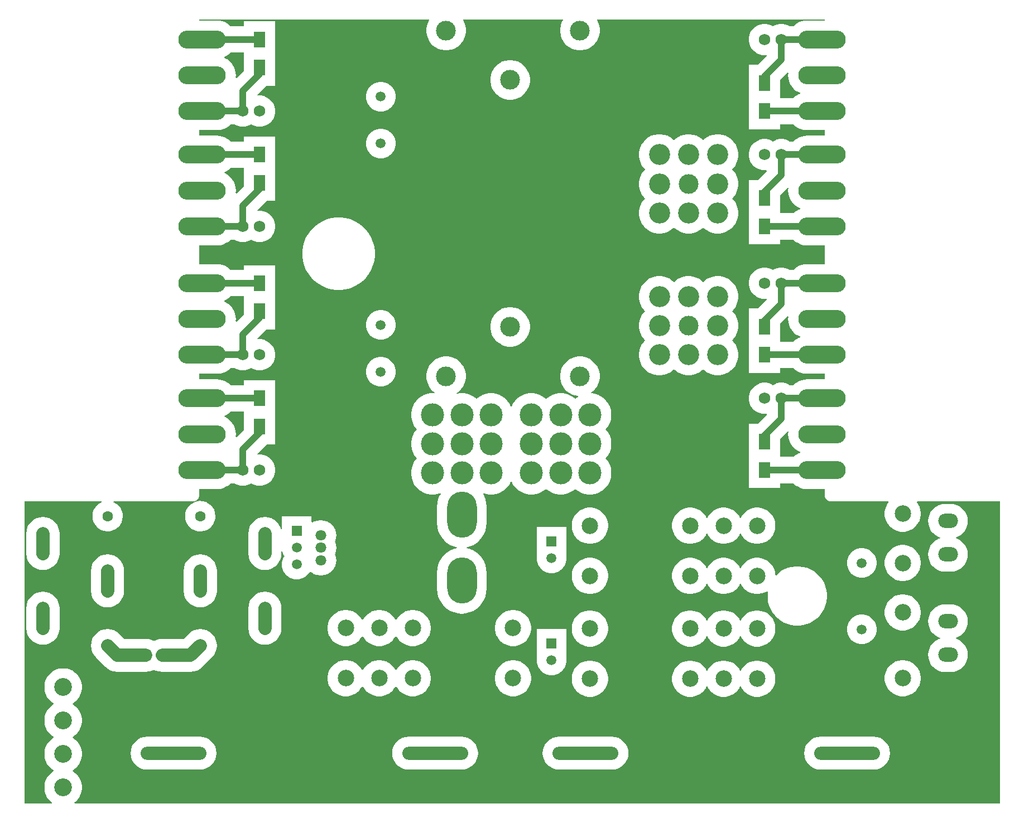
<source format=gtl>
G04*
G04 #@! TF.GenerationSoftware,Altium Limited,Altium Designer,22.8.2 (66)*
G04*
G04 Layer_Physical_Order=1*
G04 Layer_Color=255*
%FSLAX44Y44*%
%MOMM*%
G71*
G04*
G04 #@! TF.SameCoordinates,B9550543-2847-43AE-AA18-711D015818A4*
G04*
G04*
G04 #@! TF.FilePolarity,Positive*
G04*
G01*
G75*
%ADD15R,1.7500X2.4500*%
%ADD34C,1.0000*%
%ADD35C,2.0000*%
%ADD36C,3.5000*%
%ADD37C,3.0000*%
%ADD38C,2.5000*%
%ADD39C,3.2000*%
%ADD40C,1.5000*%
%ADD41C,1.6000*%
%ADD42O,7.2000X2.7500*%
%ADD43O,1.7000X1.5000*%
%ADD44O,4.5000X7.0000*%
%ADD45O,10.0000X2.0000*%
%ADD46C,2.7000*%
%ADD47O,3.0000X2.2000*%
%ADD48C,8.0000*%
%ADD49R,1.5000X1.5000*%
%ADD50R,1.5000X1.5000*%
%ADD51C,1.7500*%
G36*
X1724324Y1713339D02*
X1697750D01*
X1693239Y1712984D01*
X1688838Y1711927D01*
X1684657Y1710196D01*
X1680799Y1707831D01*
X1677358Y1704892D01*
X1677106Y1704597D01*
X1671292D01*
X1669870Y1705547D01*
X1665548Y1707337D01*
X1660959Y1708250D01*
X1656281D01*
X1651692Y1707337D01*
X1647370Y1705547D01*
X1645920Y1704578D01*
X1644470Y1705547D01*
X1640148Y1707337D01*
X1635559Y1708250D01*
X1630881D01*
X1626292Y1707337D01*
X1621970Y1705547D01*
X1618080Y1702948D01*
X1614772Y1699640D01*
X1612173Y1695750D01*
X1610383Y1691428D01*
X1609470Y1686839D01*
Y1682161D01*
X1610383Y1677572D01*
X1612173Y1673250D01*
X1614772Y1669360D01*
X1618080Y1666052D01*
X1621970Y1663453D01*
X1626292Y1661663D01*
X1630881Y1660750D01*
X1635559D01*
X1635983Y1660834D01*
X1636582Y1659714D01*
X1622618Y1645750D01*
X1609470D01*
Y1591250D01*
Y1548250D01*
X1656970D01*
Y1555403D01*
X1677106D01*
X1677358Y1555108D01*
X1680799Y1552169D01*
X1684657Y1549804D01*
X1688838Y1548073D01*
X1693239Y1547016D01*
X1697750Y1546661D01*
X1724324D01*
Y1538339D01*
X1697750D01*
X1693239Y1537984D01*
X1688838Y1536927D01*
X1684657Y1535196D01*
X1680799Y1532831D01*
X1677358Y1529892D01*
X1677195Y1529702D01*
X1671135D01*
X1669870Y1530547D01*
X1665548Y1532337D01*
X1660959Y1533250D01*
X1656281D01*
X1651692Y1532337D01*
X1647370Y1530547D01*
X1645920Y1529578D01*
X1644470Y1530547D01*
X1640148Y1532337D01*
X1635559Y1533250D01*
X1630881D01*
X1626292Y1532337D01*
X1621970Y1530547D01*
X1618080Y1527948D01*
X1614772Y1524640D01*
X1612173Y1520750D01*
X1610383Y1516428D01*
X1609470Y1511839D01*
Y1507161D01*
X1610383Y1502572D01*
X1612173Y1498250D01*
X1614772Y1494360D01*
X1618080Y1491052D01*
X1621970Y1488453D01*
X1626292Y1486663D01*
X1630881Y1485750D01*
X1635559D01*
X1635853Y1485808D01*
X1636451Y1484688D01*
X1622513Y1470750D01*
X1609470D01*
Y1416250D01*
Y1373250D01*
X1656970D01*
Y1380508D01*
X1677016D01*
X1677358Y1380108D01*
X1680799Y1377169D01*
X1684657Y1374804D01*
X1688838Y1373073D01*
X1693239Y1372016D01*
X1697750Y1371661D01*
X1724324D01*
X1724324Y1343339D01*
X1697750D01*
X1693239Y1342984D01*
X1688838Y1341927D01*
X1684657Y1340196D01*
X1680799Y1337831D01*
X1677358Y1334892D01*
X1677106Y1334597D01*
X1671292D01*
X1669870Y1335547D01*
X1665548Y1337337D01*
X1660959Y1338250D01*
X1656281D01*
X1651692Y1337337D01*
X1647370Y1335547D01*
X1645920Y1334578D01*
X1644470Y1335547D01*
X1640148Y1337337D01*
X1635559Y1338250D01*
X1630881D01*
X1626292Y1337337D01*
X1621970Y1335547D01*
X1618080Y1332948D01*
X1614772Y1329640D01*
X1612173Y1325750D01*
X1610383Y1321428D01*
X1609470Y1316839D01*
Y1312161D01*
X1610383Y1307572D01*
X1612173Y1303250D01*
X1614772Y1299360D01*
X1618080Y1296052D01*
X1621970Y1293453D01*
X1626292Y1291663D01*
X1630881Y1290750D01*
X1635559D01*
X1635983Y1290834D01*
X1636582Y1289714D01*
X1622618Y1275750D01*
X1609470D01*
Y1221250D01*
Y1178250D01*
X1656970D01*
Y1185403D01*
X1677106D01*
X1677358Y1185108D01*
X1680799Y1182169D01*
X1684657Y1179804D01*
X1688838Y1178073D01*
X1693239Y1177016D01*
X1697750Y1176661D01*
X1724324D01*
Y1168339D01*
X1697750D01*
X1693239Y1167984D01*
X1688838Y1166927D01*
X1684657Y1165196D01*
X1680799Y1162831D01*
X1677358Y1159892D01*
X1677105Y1159597D01*
X1671292D01*
X1669870Y1160547D01*
X1665548Y1162337D01*
X1660959Y1163250D01*
X1656281D01*
X1651692Y1162337D01*
X1647370Y1160547D01*
X1645920Y1159578D01*
X1644470Y1160547D01*
X1640148Y1162337D01*
X1635559Y1163250D01*
X1630881D01*
X1626292Y1162337D01*
X1621970Y1160547D01*
X1618080Y1157948D01*
X1614772Y1154640D01*
X1612173Y1150750D01*
X1610383Y1146428D01*
X1609470Y1141839D01*
Y1137161D01*
X1610383Y1132572D01*
X1612173Y1128250D01*
X1614772Y1124360D01*
X1618080Y1121052D01*
X1621970Y1118453D01*
X1626292Y1116663D01*
X1630881Y1115750D01*
X1635559D01*
X1635983Y1115834D01*
X1636582Y1114714D01*
X1622618Y1100750D01*
X1609470D01*
Y1046250D01*
Y1003250D01*
X1656970D01*
Y1010403D01*
X1677106D01*
X1677358Y1010108D01*
X1680799Y1007169D01*
X1684657Y1004804D01*
X1688838Y1003073D01*
X1693239Y1002016D01*
X1697750Y1001661D01*
X1724324D01*
Y993140D01*
X1724668Y990530D01*
X1725675Y988097D01*
X1727278Y986008D01*
X1729367Y984405D01*
X1731800Y983398D01*
X1734410Y983054D01*
X1820690D01*
X1821337Y981784D01*
X1819230Y978883D01*
X1817265Y975026D01*
X1815927Y970910D01*
X1815250Y966634D01*
Y962306D01*
X1815927Y958030D01*
X1817265Y953914D01*
X1819230Y950057D01*
X1821774Y946555D01*
X1824835Y943494D01*
X1828337Y940950D01*
X1832194Y938985D01*
X1836310Y937647D01*
X1840586Y936970D01*
X1844914D01*
X1849190Y937647D01*
X1853306Y938985D01*
X1857163Y940950D01*
X1860665Y943494D01*
X1863726Y946555D01*
X1866270Y950057D01*
X1868235Y953914D01*
X1869573Y958030D01*
X1870250Y962306D01*
Y966634D01*
X1869573Y970910D01*
X1868235Y975026D01*
X1866270Y978883D01*
X1864163Y981784D01*
X1864810Y983054D01*
X1989913Y983054D01*
X1989914Y524436D01*
X586188D01*
X585796Y525644D01*
X587527Y526901D01*
X590699Y530074D01*
X593335Y533703D01*
X595372Y537700D01*
X596758Y541966D01*
X597460Y546397D01*
Y550883D01*
X596758Y555314D01*
X595372Y559580D01*
X593335Y563577D01*
X590699Y567206D01*
X587527Y570379D01*
X583897Y573015D01*
X583133Y573405D01*
Y574675D01*
X583897Y575065D01*
X587527Y577701D01*
X590699Y580873D01*
X593335Y584503D01*
X595372Y588500D01*
X596758Y592766D01*
X597460Y597197D01*
Y601683D01*
X596758Y606114D01*
X595372Y610380D01*
X593335Y614377D01*
X590699Y618007D01*
X587527Y621179D01*
X583897Y623815D01*
X583133Y624205D01*
Y625475D01*
X583897Y625865D01*
X587527Y628501D01*
X590699Y631674D01*
X593335Y635303D01*
X595372Y639300D01*
X596758Y643566D01*
X597460Y647997D01*
Y652483D01*
X596758Y656914D01*
X595372Y661180D01*
X593335Y665177D01*
X590699Y668807D01*
X587527Y671979D01*
X583897Y674615D01*
X583133Y675005D01*
Y676275D01*
X583897Y676665D01*
X587527Y679301D01*
X590699Y682474D01*
X593335Y686103D01*
X595372Y690100D01*
X596758Y694366D01*
X597460Y698797D01*
Y703283D01*
X596758Y707714D01*
X595372Y711980D01*
X593335Y715977D01*
X590699Y719606D01*
X587527Y722779D01*
X583897Y725415D01*
X579900Y727452D01*
X575634Y728838D01*
X571203Y729540D01*
X566717D01*
X562286Y728838D01*
X558020Y727452D01*
X554023Y725415D01*
X550393Y722779D01*
X547221Y719606D01*
X544585Y715977D01*
X542548Y711980D01*
X541162Y707714D01*
X540460Y703283D01*
Y698797D01*
X541162Y694366D01*
X542548Y690100D01*
X544585Y686103D01*
X547221Y682474D01*
X550393Y679301D01*
X554023Y676665D01*
X554787Y676275D01*
Y675005D01*
X554023Y674615D01*
X550393Y671979D01*
X547221Y668807D01*
X544585Y665177D01*
X542548Y661180D01*
X541162Y656914D01*
X540460Y652483D01*
Y647997D01*
X541162Y643566D01*
X542548Y639300D01*
X544585Y635303D01*
X547221Y631674D01*
X550393Y628501D01*
X554023Y625865D01*
X554787Y625475D01*
Y624205D01*
X554023Y623815D01*
X550393Y621179D01*
X547221Y618007D01*
X544585Y614377D01*
X542548Y610380D01*
X541162Y606114D01*
X540460Y601683D01*
Y597197D01*
X541162Y592766D01*
X542548Y588500D01*
X544585Y584503D01*
X547221Y580873D01*
X550393Y577701D01*
X554023Y575065D01*
X554787Y574675D01*
Y573405D01*
X554023Y573015D01*
X550393Y570379D01*
X547221Y567206D01*
X544585Y563577D01*
X542548Y559580D01*
X541162Y555314D01*
X540460Y550883D01*
Y546397D01*
X541162Y541966D01*
X542548Y537700D01*
X544585Y533703D01*
X547221Y530074D01*
X550393Y526901D01*
X552124Y525644D01*
X551732Y524436D01*
X510086D01*
X510086Y983054D01*
X627040D01*
X627336Y981784D01*
X624113Y980194D01*
X620518Y977436D01*
X617531Y974030D01*
X615266Y970106D01*
X613810Y965816D01*
X613218Y961324D01*
X613515Y956803D01*
X614687Y952427D01*
X616691Y948364D01*
X619449Y944769D01*
X622855Y941782D01*
X626779Y939517D01*
X631069Y938061D01*
X635561Y937469D01*
X640082Y937766D01*
X644458Y938938D01*
X648521Y940942D01*
X652116Y943700D01*
X655103Y947106D01*
X657368Y951030D01*
X658825Y955320D01*
X659416Y959812D01*
X659120Y964333D01*
X657947Y968709D01*
X655943Y972772D01*
X653185Y976367D01*
X649779Y979354D01*
X645855Y981619D01*
X645321Y981801D01*
X645527Y983054D01*
X765590D01*
X768200Y983398D01*
X770633Y984405D01*
X772722Y986008D01*
X774324Y988097D01*
X775332Y990530D01*
X775676Y993140D01*
Y1001661D01*
X802250D01*
X806761Y1002016D01*
X811161Y1003073D01*
X815342Y1004804D01*
X819201Y1007169D01*
X822642Y1010108D01*
X822894Y1010403D01*
X828708D01*
X830130Y1009453D01*
X834452Y1007663D01*
X839040Y1006750D01*
X843719D01*
X848307Y1007663D01*
X852629Y1009453D01*
X854080Y1010422D01*
X855530Y1009453D01*
X859852Y1007663D01*
X864440Y1006750D01*
X869119D01*
X873707Y1007663D01*
X878029Y1009453D01*
X881919Y1012052D01*
X885227Y1015360D01*
X887826Y1019250D01*
X889617Y1023572D01*
X890529Y1028161D01*
Y1032839D01*
X889617Y1037428D01*
X887826Y1041750D01*
X885227Y1045640D01*
X881919Y1048948D01*
X878029Y1051547D01*
X873707Y1053337D01*
X869119Y1054250D01*
X864440D01*
X864016Y1054166D01*
X863417Y1055286D01*
X877382Y1069250D01*
X890529D01*
Y1112250D01*
Y1166750D01*
X843029D01*
Y1159597D01*
X822894D01*
X822642Y1159892D01*
X819201Y1162831D01*
X815342Y1165196D01*
X811161Y1166927D01*
X806761Y1167984D01*
X802250Y1168339D01*
X775676D01*
Y1176661D01*
X802250D01*
X806761Y1177016D01*
X811161Y1178073D01*
X815342Y1179804D01*
X819201Y1182169D01*
X822642Y1185108D01*
X822894Y1185403D01*
X828708D01*
X830130Y1184453D01*
X834452Y1182663D01*
X839040Y1181750D01*
X843719D01*
X848307Y1182663D01*
X852629Y1184453D01*
X854080Y1185422D01*
X855530Y1184453D01*
X859852Y1182663D01*
X864440Y1181750D01*
X869119D01*
X873707Y1182663D01*
X878029Y1184453D01*
X881919Y1187052D01*
X885227Y1190360D01*
X887826Y1194250D01*
X889617Y1198572D01*
X890529Y1203161D01*
Y1207839D01*
X889617Y1212428D01*
X887826Y1216750D01*
X885227Y1220640D01*
X881919Y1223948D01*
X878029Y1226547D01*
X873707Y1228337D01*
X869119Y1229250D01*
X864440D01*
X864016Y1229166D01*
X863417Y1230286D01*
X877382Y1244250D01*
X890529D01*
Y1287250D01*
Y1341750D01*
X843029D01*
Y1334597D01*
X822894D01*
X822642Y1334892D01*
X819201Y1337831D01*
X815342Y1340196D01*
X811161Y1341927D01*
X806761Y1342984D01*
X802250Y1343339D01*
X775676D01*
X775676Y1371661D01*
X802250D01*
X806761Y1372016D01*
X811161Y1373073D01*
X815342Y1374804D01*
X819201Y1377169D01*
X822642Y1380108D01*
X822894Y1380403D01*
X828707D01*
X830130Y1379453D01*
X834452Y1377663D01*
X839040Y1376750D01*
X843719D01*
X848307Y1377663D01*
X852629Y1379453D01*
X854080Y1380422D01*
X855530Y1379453D01*
X859852Y1377663D01*
X864440Y1376750D01*
X869119D01*
X873707Y1377663D01*
X878029Y1379453D01*
X881919Y1382052D01*
X885227Y1385360D01*
X887827Y1389250D01*
X889617Y1393572D01*
X890529Y1398161D01*
Y1402839D01*
X889617Y1407428D01*
X887827Y1411750D01*
X885227Y1415640D01*
X881919Y1418948D01*
X878029Y1421547D01*
X873707Y1423337D01*
X869119Y1424250D01*
X864440D01*
X864016Y1424166D01*
X863417Y1425286D01*
X877382Y1439250D01*
X890529D01*
Y1482250D01*
Y1536750D01*
X843029D01*
Y1529597D01*
X822894D01*
X822642Y1529892D01*
X819201Y1532831D01*
X815342Y1535196D01*
X811161Y1536927D01*
X806761Y1537984D01*
X802250Y1538339D01*
X775676D01*
Y1546661D01*
X802250D01*
X806761Y1547016D01*
X811161Y1548073D01*
X815342Y1549804D01*
X819201Y1552169D01*
X822642Y1555108D01*
X822894Y1555403D01*
X828708D01*
X830130Y1554453D01*
X834452Y1552663D01*
X839040Y1551750D01*
X843719D01*
X848307Y1552663D01*
X852629Y1554453D01*
X854080Y1555422D01*
X855530Y1554453D01*
X859852Y1552663D01*
X864440Y1551750D01*
X869119D01*
X873707Y1552663D01*
X878029Y1554453D01*
X881919Y1557052D01*
X885227Y1560360D01*
X887827Y1564250D01*
X889617Y1568572D01*
X890529Y1573161D01*
Y1577839D01*
X889617Y1582428D01*
X887827Y1586750D01*
X885227Y1590640D01*
X881919Y1593948D01*
X878029Y1596547D01*
X873707Y1598337D01*
X869119Y1599250D01*
X864440D01*
X864016Y1599166D01*
X863418Y1600286D01*
X877382Y1614250D01*
X890529D01*
Y1657250D01*
Y1711750D01*
X843029D01*
Y1704597D01*
X822894D01*
X822642Y1704892D01*
X819201Y1707831D01*
X815342Y1710196D01*
X811161Y1711927D01*
X806761Y1712984D01*
X802250Y1713339D01*
X775676D01*
Y1714914D01*
X1123731D01*
X1123986Y1714412D01*
X1124236Y1713644D01*
X1122163Y1709576D01*
X1120704Y1705085D01*
X1119965Y1700421D01*
Y1695699D01*
X1120704Y1691035D01*
X1122163Y1686544D01*
X1124307Y1682337D01*
X1127082Y1678516D01*
X1130421Y1675177D01*
X1134241Y1672402D01*
X1138449Y1670258D01*
X1142940Y1668799D01*
X1147604Y1668060D01*
X1152326D01*
X1156990Y1668799D01*
X1161481Y1670258D01*
X1165688Y1672402D01*
X1169509Y1675177D01*
X1172848Y1678516D01*
X1175623Y1682337D01*
X1177767Y1686544D01*
X1179226Y1691035D01*
X1179965Y1695699D01*
Y1700421D01*
X1179226Y1705085D01*
X1177767Y1709576D01*
X1175694Y1713644D01*
X1175944Y1714412D01*
X1176199Y1714914D01*
X1326731D01*
X1326986Y1714412D01*
X1327236Y1713644D01*
X1325163Y1709576D01*
X1323704Y1705085D01*
X1322965Y1700421D01*
Y1695699D01*
X1323704Y1691035D01*
X1325163Y1686544D01*
X1327307Y1682337D01*
X1330082Y1678516D01*
X1333421Y1675177D01*
X1337242Y1672402D01*
X1341449Y1670258D01*
X1345940Y1668799D01*
X1350604Y1668060D01*
X1355326D01*
X1359990Y1668799D01*
X1364481Y1670258D01*
X1368688Y1672402D01*
X1372509Y1675177D01*
X1375848Y1678516D01*
X1378623Y1682337D01*
X1380767Y1686544D01*
X1382226Y1691035D01*
X1382965Y1695699D01*
Y1700421D01*
X1382226Y1705085D01*
X1380767Y1709576D01*
X1378694Y1713644D01*
X1378944Y1714412D01*
X1379199Y1714914D01*
X1724324D01*
Y1713339D01*
D02*
G37*
G36*
X843029Y1657250D02*
Y1636740D01*
X832027Y1625737D01*
X830798Y1626304D01*
X831088Y1630000D01*
X830733Y1634511D01*
X829677Y1638912D01*
X827945Y1643093D01*
X825581Y1646951D01*
X822642Y1650392D01*
X819201Y1653331D01*
X815342Y1655696D01*
X813123Y1656615D01*
Y1657885D01*
X815342Y1658804D01*
X819201Y1661169D01*
X822642Y1664108D01*
X822894Y1664403D01*
X843029D01*
Y1657250D01*
D02*
G37*
G36*
X1669202Y1633696D02*
X1668911Y1630000D01*
X1669266Y1625489D01*
X1670323Y1621088D01*
X1672054Y1616907D01*
X1674419Y1613049D01*
X1677358Y1609608D01*
X1680799Y1606669D01*
X1684657Y1604304D01*
X1686877Y1603385D01*
Y1602115D01*
X1684657Y1601196D01*
X1680799Y1598831D01*
X1677358Y1595892D01*
X1677106Y1595597D01*
X1656970D01*
Y1623260D01*
X1667973Y1634263D01*
X1669202Y1633696D01*
D02*
G37*
G36*
X843029Y1482250D02*
Y1461740D01*
X832027Y1450737D01*
X830798Y1451304D01*
X831088Y1455000D01*
X830733Y1459511D01*
X829677Y1463912D01*
X827945Y1468093D01*
X825581Y1471951D01*
X822642Y1475392D01*
X819201Y1478331D01*
X815342Y1480696D01*
X813123Y1481615D01*
Y1482885D01*
X815342Y1483804D01*
X819201Y1486169D01*
X822642Y1489108D01*
X822894Y1489403D01*
X843029D01*
Y1482250D01*
D02*
G37*
G36*
X1669211Y1458810D02*
X1668911Y1455000D01*
X1669266Y1450489D01*
X1670323Y1446088D01*
X1672054Y1441907D01*
X1674419Y1438049D01*
X1677358Y1434608D01*
X1680799Y1431669D01*
X1684657Y1429304D01*
X1686877Y1428385D01*
Y1427115D01*
X1684657Y1426196D01*
X1680799Y1423831D01*
X1677358Y1420892D01*
X1677195Y1420702D01*
X1656970D01*
Y1448365D01*
X1667982Y1459377D01*
X1669211Y1458810D01*
D02*
G37*
G36*
X843029Y1287250D02*
Y1266740D01*
X832027Y1255737D01*
X830798Y1256304D01*
X831088Y1260000D01*
X830733Y1264511D01*
X829677Y1268912D01*
X827945Y1273093D01*
X825581Y1276951D01*
X822642Y1280392D01*
X819201Y1283331D01*
X815342Y1285696D01*
X813123Y1286615D01*
Y1287885D01*
X815342Y1288804D01*
X819201Y1291169D01*
X822642Y1294108D01*
X822894Y1294403D01*
X843029D01*
Y1287250D01*
D02*
G37*
G36*
X1669202Y1263696D02*
X1668911Y1260000D01*
X1669266Y1255489D01*
X1670323Y1251088D01*
X1672054Y1246907D01*
X1674419Y1243049D01*
X1677358Y1239608D01*
X1680799Y1236669D01*
X1684657Y1234304D01*
X1686877Y1233385D01*
Y1232115D01*
X1684657Y1231196D01*
X1680799Y1228831D01*
X1677358Y1225892D01*
X1677106Y1225597D01*
X1656970D01*
Y1253260D01*
X1667973Y1264263D01*
X1669202Y1263696D01*
D02*
G37*
G36*
X843029Y1112250D02*
Y1091740D01*
X832027Y1080737D01*
X830798Y1081304D01*
X831088Y1085000D01*
X830733Y1089511D01*
X829677Y1093912D01*
X827945Y1098093D01*
X825581Y1101951D01*
X822642Y1105392D01*
X819201Y1108331D01*
X815342Y1110696D01*
X813123Y1111615D01*
Y1112885D01*
X815342Y1113804D01*
X819201Y1116169D01*
X822642Y1119108D01*
X822894Y1119403D01*
X843029D01*
Y1112250D01*
D02*
G37*
G36*
X1669202Y1088696D02*
X1668911Y1085000D01*
X1669266Y1080489D01*
X1670323Y1076088D01*
X1672054Y1071907D01*
X1674419Y1068049D01*
X1677358Y1064608D01*
X1680799Y1061669D01*
X1684657Y1059304D01*
X1686877Y1058385D01*
Y1057115D01*
X1684657Y1056196D01*
X1680799Y1053831D01*
X1677358Y1050892D01*
X1677106Y1050597D01*
X1656970D01*
Y1057750D01*
Y1078260D01*
X1667973Y1089263D01*
X1669202Y1088696D01*
D02*
G37*
%LPC*%
G36*
X1249372Y1653060D02*
X1244650D01*
X1239986Y1652321D01*
X1235495Y1650862D01*
X1231288Y1648718D01*
X1227467Y1645943D01*
X1224128Y1642604D01*
X1221353Y1638783D01*
X1219209Y1634576D01*
X1217750Y1630085D01*
X1217011Y1625421D01*
Y1620699D01*
X1217750Y1616035D01*
X1219209Y1611544D01*
X1221353Y1607337D01*
X1224128Y1603516D01*
X1227467Y1600177D01*
X1231288Y1597402D01*
X1235495Y1595258D01*
X1239986Y1593799D01*
X1244650Y1593060D01*
X1249372D01*
X1254036Y1593799D01*
X1258527Y1595258D01*
X1262734Y1597402D01*
X1266555Y1600177D01*
X1269894Y1603516D01*
X1272669Y1607337D01*
X1274813Y1611544D01*
X1276272Y1616035D01*
X1277011Y1620699D01*
Y1625421D01*
X1276272Y1630085D01*
X1274813Y1634576D01*
X1272669Y1638783D01*
X1269894Y1642604D01*
X1266555Y1645943D01*
X1262734Y1648718D01*
X1258527Y1650862D01*
X1254036Y1652321D01*
X1249372Y1653060D01*
D02*
G37*
G36*
X1052976Y1620160D02*
X1048544D01*
X1044197Y1619295D01*
X1040102Y1617599D01*
X1036417Y1615137D01*
X1033283Y1612003D01*
X1030821Y1608318D01*
X1029125Y1604223D01*
X1028260Y1599876D01*
Y1595444D01*
X1029125Y1591097D01*
X1030821Y1587002D01*
X1033283Y1583317D01*
X1036417Y1580183D01*
X1040102Y1577721D01*
X1044197Y1576025D01*
X1048544Y1575160D01*
X1052976D01*
X1057323Y1576025D01*
X1061418Y1577721D01*
X1065103Y1580183D01*
X1068237Y1583317D01*
X1070699Y1587002D01*
X1072395Y1591097D01*
X1073260Y1595444D01*
Y1599876D01*
X1072395Y1604223D01*
X1070699Y1608318D01*
X1068237Y1612003D01*
X1065103Y1615137D01*
X1061418Y1617599D01*
X1057323Y1619295D01*
X1052976Y1620160D01*
D02*
G37*
G36*
X1564598Y1540500D02*
X1559718D01*
X1554899Y1539737D01*
X1550258Y1538229D01*
X1545911Y1536014D01*
X1541963Y1533145D01*
X1539983Y1531166D01*
X1538003Y1533145D01*
X1534056Y1536014D01*
X1529708Y1538229D01*
X1525067Y1539737D01*
X1520248Y1540500D01*
X1515368D01*
X1510549Y1539737D01*
X1505908Y1538229D01*
X1501561Y1536014D01*
X1497613Y1533145D01*
X1495633Y1531166D01*
X1493653Y1533145D01*
X1489706Y1536014D01*
X1485358Y1538229D01*
X1480717Y1539737D01*
X1475898Y1540500D01*
X1471019D01*
X1466199Y1539737D01*
X1461558Y1538229D01*
X1457211Y1536014D01*
X1453263Y1533145D01*
X1449813Y1529695D01*
X1446945Y1525748D01*
X1444729Y1521400D01*
X1443222Y1516759D01*
X1442458Y1511940D01*
Y1507060D01*
X1443222Y1502241D01*
X1444729Y1497600D01*
X1446945Y1493253D01*
X1449813Y1489305D01*
X1451793Y1487325D01*
X1449813Y1485345D01*
X1446945Y1481398D01*
X1444729Y1477050D01*
X1443222Y1472409D01*
X1442458Y1467590D01*
Y1462710D01*
X1443222Y1457891D01*
X1444729Y1453250D01*
X1446945Y1448902D01*
X1449813Y1444955D01*
X1451793Y1442975D01*
X1449813Y1440995D01*
X1446945Y1437047D01*
X1444729Y1432700D01*
X1443222Y1428059D01*
X1442458Y1423240D01*
Y1418360D01*
X1443222Y1413541D01*
X1444729Y1408900D01*
X1446945Y1404552D01*
X1449813Y1400605D01*
X1453263Y1397155D01*
X1457211Y1394286D01*
X1461558Y1392071D01*
X1466199Y1390563D01*
X1471019Y1389800D01*
X1475898D01*
X1480717Y1390563D01*
X1485358Y1392071D01*
X1489706Y1394286D01*
X1493653Y1397155D01*
X1495633Y1399134D01*
X1497613Y1397155D01*
X1501561Y1394286D01*
X1505908Y1392071D01*
X1510549Y1390563D01*
X1515368Y1389800D01*
X1520248D01*
X1525067Y1390563D01*
X1529708Y1392071D01*
X1534056Y1394286D01*
X1538003Y1397155D01*
X1539983Y1399134D01*
X1541963Y1397155D01*
X1545911Y1394286D01*
X1550258Y1392071D01*
X1554899Y1390563D01*
X1559718Y1389800D01*
X1564598D01*
X1569418Y1390563D01*
X1574058Y1392071D01*
X1578406Y1394286D01*
X1582353Y1397155D01*
X1585804Y1400605D01*
X1588672Y1404552D01*
X1590887Y1408900D01*
X1592395Y1413541D01*
X1593158Y1418360D01*
Y1423240D01*
X1592395Y1428059D01*
X1590887Y1432700D01*
X1588672Y1437047D01*
X1585804Y1440995D01*
X1583824Y1442975D01*
X1585804Y1444955D01*
X1588672Y1448902D01*
X1590887Y1453250D01*
X1592395Y1457891D01*
X1593158Y1462710D01*
Y1467590D01*
X1592395Y1472409D01*
X1590887Y1477050D01*
X1588672Y1481398D01*
X1585804Y1485345D01*
X1583824Y1487325D01*
X1585804Y1489305D01*
X1588672Y1493253D01*
X1590887Y1497600D01*
X1592395Y1502241D01*
X1593158Y1507060D01*
Y1511940D01*
X1592395Y1516759D01*
X1590887Y1521400D01*
X1588672Y1525748D01*
X1585804Y1529695D01*
X1582353Y1533145D01*
X1578406Y1536014D01*
X1574058Y1538229D01*
X1569418Y1539737D01*
X1564598Y1540500D01*
D02*
G37*
G36*
X1052976Y1549040D02*
X1048544D01*
X1044197Y1548175D01*
X1040102Y1546479D01*
X1036417Y1544017D01*
X1033283Y1540883D01*
X1030821Y1537198D01*
X1029125Y1533103D01*
X1028260Y1528756D01*
Y1524324D01*
X1029125Y1519977D01*
X1030821Y1515882D01*
X1033283Y1512197D01*
X1036417Y1509063D01*
X1040102Y1506601D01*
X1044197Y1504905D01*
X1048544Y1504040D01*
X1052976D01*
X1057323Y1504905D01*
X1061418Y1506601D01*
X1065103Y1509063D01*
X1068237Y1512197D01*
X1070699Y1515882D01*
X1072395Y1519977D01*
X1073260Y1524324D01*
Y1528756D01*
X1072395Y1533103D01*
X1070699Y1537198D01*
X1068237Y1540883D01*
X1065103Y1544017D01*
X1061418Y1546479D01*
X1057323Y1548175D01*
X1052976Y1549040D01*
D02*
G37*
G36*
X1564598Y1325200D02*
X1559718D01*
X1554899Y1324437D01*
X1550258Y1322929D01*
X1545911Y1320714D01*
X1541963Y1317845D01*
X1539983Y1315866D01*
X1538003Y1317845D01*
X1534056Y1320714D01*
X1529708Y1322929D01*
X1525067Y1324437D01*
X1520248Y1325200D01*
X1515368D01*
X1510549Y1324437D01*
X1505908Y1322929D01*
X1501561Y1320714D01*
X1497613Y1317845D01*
X1495633Y1315866D01*
X1493653Y1317845D01*
X1489706Y1320714D01*
X1485358Y1322929D01*
X1480717Y1324437D01*
X1475898Y1325200D01*
X1471019D01*
X1466199Y1324437D01*
X1461558Y1322929D01*
X1457211Y1320714D01*
X1453263Y1317845D01*
X1449813Y1314395D01*
X1446945Y1310448D01*
X1444729Y1306100D01*
X1443222Y1301459D01*
X1442458Y1296640D01*
Y1291760D01*
X1443222Y1286941D01*
X1444729Y1282300D01*
X1446945Y1277952D01*
X1449813Y1274005D01*
X1451793Y1272025D01*
X1449813Y1270045D01*
X1446945Y1266097D01*
X1444729Y1261750D01*
X1443222Y1257109D01*
X1442458Y1252290D01*
Y1247410D01*
X1443222Y1242591D01*
X1444729Y1237950D01*
X1446945Y1233603D01*
X1449813Y1229655D01*
X1451793Y1227675D01*
X1449813Y1225695D01*
X1446945Y1221748D01*
X1444729Y1217400D01*
X1443222Y1212759D01*
X1442458Y1207940D01*
Y1203060D01*
X1443222Y1198241D01*
X1444729Y1193600D01*
X1446945Y1189252D01*
X1449813Y1185305D01*
X1453263Y1181854D01*
X1457211Y1178986D01*
X1461558Y1176771D01*
X1466199Y1175263D01*
X1471019Y1174500D01*
X1475898D01*
X1480717Y1175263D01*
X1485358Y1176771D01*
X1489706Y1178986D01*
X1493653Y1181854D01*
X1495633Y1183834D01*
X1497613Y1181854D01*
X1501561Y1178986D01*
X1505908Y1176771D01*
X1510549Y1175263D01*
X1515368Y1174500D01*
X1520248D01*
X1525067Y1175263D01*
X1529708Y1176771D01*
X1534056Y1178986D01*
X1538003Y1181854D01*
X1539983Y1183834D01*
X1541963Y1181854D01*
X1545911Y1178986D01*
X1550258Y1176771D01*
X1554899Y1175263D01*
X1559718Y1174500D01*
X1564598D01*
X1569418Y1175263D01*
X1574058Y1176771D01*
X1578406Y1178986D01*
X1582353Y1181854D01*
X1585804Y1185305D01*
X1588672Y1189252D01*
X1590887Y1193600D01*
X1592395Y1198241D01*
X1593158Y1203060D01*
Y1207940D01*
X1592395Y1212759D01*
X1590887Y1217400D01*
X1588672Y1221748D01*
X1585804Y1225695D01*
X1583824Y1227675D01*
X1585804Y1229655D01*
X1588672Y1233603D01*
X1590887Y1237950D01*
X1592395Y1242591D01*
X1593158Y1247410D01*
Y1252290D01*
X1592395Y1257109D01*
X1590887Y1261750D01*
X1588672Y1266097D01*
X1585804Y1270045D01*
X1583824Y1272025D01*
X1585804Y1274005D01*
X1588672Y1277952D01*
X1590887Y1282300D01*
X1592395Y1286941D01*
X1593158Y1291760D01*
Y1296640D01*
X1592395Y1301459D01*
X1590887Y1306100D01*
X1588672Y1310448D01*
X1585804Y1314395D01*
X1582353Y1317845D01*
X1578406Y1320714D01*
X1574058Y1322929D01*
X1569418Y1324437D01*
X1564598Y1325200D01*
D02*
G37*
G36*
X990395Y1414070D02*
X983185D01*
X976037Y1413129D01*
X969073Y1411263D01*
X962412Y1408504D01*
X956168Y1404899D01*
X950448Y1400510D01*
X945350Y1395412D01*
X940961Y1389692D01*
X937356Y1383448D01*
X934597Y1376787D01*
X932731Y1369823D01*
X931790Y1362675D01*
Y1355465D01*
X932731Y1348317D01*
X934597Y1341353D01*
X937356Y1334692D01*
X940961Y1328448D01*
X945350Y1322728D01*
X950448Y1317630D01*
X956168Y1313241D01*
X962412Y1309636D01*
X969073Y1306877D01*
X976037Y1305011D01*
X983185Y1304070D01*
X990395D01*
X997543Y1305011D01*
X1004507Y1306877D01*
X1011168Y1309636D01*
X1017412Y1313241D01*
X1023132Y1317630D01*
X1028230Y1322728D01*
X1032619Y1328448D01*
X1036224Y1334692D01*
X1038983Y1341353D01*
X1040849Y1348317D01*
X1041790Y1355465D01*
Y1362675D01*
X1040849Y1369823D01*
X1038983Y1376787D01*
X1036224Y1383448D01*
X1032619Y1389692D01*
X1028230Y1395412D01*
X1023132Y1400510D01*
X1017412Y1404899D01*
X1011168Y1408504D01*
X1004507Y1411263D01*
X997543Y1413129D01*
X990395Y1414070D01*
D02*
G37*
G36*
X1052976Y1273450D02*
X1048544D01*
X1044197Y1272585D01*
X1040102Y1270889D01*
X1036417Y1268427D01*
X1033283Y1265293D01*
X1030821Y1261608D01*
X1029125Y1257513D01*
X1028260Y1253166D01*
Y1248734D01*
X1029125Y1244387D01*
X1030821Y1240292D01*
X1033283Y1236607D01*
X1036417Y1233473D01*
X1040102Y1231011D01*
X1044197Y1229315D01*
X1048544Y1228450D01*
X1052976D01*
X1057323Y1229315D01*
X1061418Y1231011D01*
X1065103Y1233473D01*
X1068237Y1236607D01*
X1070699Y1240292D01*
X1072395Y1244387D01*
X1073260Y1248734D01*
Y1253166D01*
X1072395Y1257513D01*
X1070699Y1261608D01*
X1068237Y1265293D01*
X1065103Y1268427D01*
X1061418Y1270889D01*
X1057323Y1272585D01*
X1052976Y1273450D01*
D02*
G37*
G36*
X1249372Y1278060D02*
X1244650D01*
X1239986Y1277321D01*
X1235495Y1275862D01*
X1231288Y1273718D01*
X1227467Y1270943D01*
X1224128Y1267604D01*
X1221353Y1263783D01*
X1219209Y1259576D01*
X1217750Y1255085D01*
X1217011Y1250421D01*
Y1245699D01*
X1217750Y1241035D01*
X1219209Y1236544D01*
X1221353Y1232337D01*
X1224128Y1228516D01*
X1227467Y1225177D01*
X1231288Y1222402D01*
X1235495Y1220258D01*
X1239986Y1218799D01*
X1244650Y1218060D01*
X1249372D01*
X1254036Y1218799D01*
X1258527Y1220258D01*
X1262734Y1222402D01*
X1266555Y1225177D01*
X1269894Y1228516D01*
X1272669Y1232337D01*
X1274813Y1236544D01*
X1276272Y1241035D01*
X1277011Y1245699D01*
Y1250421D01*
X1276272Y1255085D01*
X1274813Y1259576D01*
X1272669Y1263783D01*
X1269894Y1267604D01*
X1266555Y1270943D01*
X1262734Y1273718D01*
X1258527Y1275862D01*
X1254036Y1277321D01*
X1249372Y1278060D01*
D02*
G37*
G36*
X1052976Y1202330D02*
X1048544D01*
X1044197Y1201465D01*
X1040102Y1199769D01*
X1036417Y1197307D01*
X1033283Y1194173D01*
X1030821Y1190488D01*
X1029125Y1186393D01*
X1028260Y1182046D01*
Y1177614D01*
X1029125Y1173267D01*
X1030821Y1169172D01*
X1033283Y1165487D01*
X1036417Y1162353D01*
X1040102Y1159891D01*
X1044197Y1158195D01*
X1048544Y1157330D01*
X1052976D01*
X1057323Y1158195D01*
X1061418Y1159891D01*
X1065103Y1162353D01*
X1068237Y1165487D01*
X1070699Y1169172D01*
X1072395Y1173267D01*
X1073260Y1177614D01*
Y1182046D01*
X1072395Y1186393D01*
X1070699Y1190488D01*
X1068237Y1194173D01*
X1065103Y1197307D01*
X1061418Y1199769D01*
X1057323Y1201465D01*
X1052976Y1202330D01*
D02*
G37*
G36*
X1355326Y1203060D02*
X1350604D01*
X1345940Y1202321D01*
X1341449Y1200862D01*
X1337242Y1198718D01*
X1333421Y1195943D01*
X1330082Y1192604D01*
X1327307Y1188783D01*
X1325163Y1184576D01*
X1323704Y1180085D01*
X1322965Y1175421D01*
Y1170699D01*
X1323704Y1166035D01*
X1325163Y1161544D01*
X1327307Y1157337D01*
X1330082Y1153516D01*
X1333421Y1150177D01*
X1337242Y1147402D01*
X1341449Y1145258D01*
X1345940Y1143799D01*
X1349864Y1143177D01*
X1350185Y1141841D01*
X1346908Y1139460D01*
X1345905Y1138457D01*
X1344902Y1139460D01*
X1340764Y1142467D01*
X1336206Y1144789D01*
X1331340Y1146370D01*
X1326288Y1147170D01*
X1321172D01*
X1316120Y1146370D01*
X1311254Y1144789D01*
X1306696Y1142467D01*
X1302558Y1139460D01*
X1301555Y1138457D01*
X1300552Y1139460D01*
X1296414Y1142467D01*
X1291856Y1144789D01*
X1286990Y1146370D01*
X1281938Y1147170D01*
X1276822D01*
X1271770Y1146370D01*
X1266904Y1144789D01*
X1262346Y1142467D01*
X1258208Y1139460D01*
X1254590Y1135842D01*
X1251583Y1131704D01*
X1249428Y1127473D01*
X1248932Y1127341D01*
X1248528D01*
X1248032Y1127473D01*
X1245876Y1131704D01*
X1242870Y1135842D01*
X1239252Y1139460D01*
X1235114Y1142467D01*
X1230556Y1144789D01*
X1225690Y1146370D01*
X1220638Y1147170D01*
X1215522D01*
X1210470Y1146370D01*
X1205604Y1144789D01*
X1201046Y1142467D01*
X1196908Y1139460D01*
X1195905Y1138457D01*
X1194902Y1139460D01*
X1190764Y1142467D01*
X1186206Y1144789D01*
X1181340Y1146370D01*
X1176288Y1147170D01*
X1171172D01*
X1166515Y1146432D01*
X1166015Y1147639D01*
X1169509Y1150177D01*
X1172848Y1153516D01*
X1175623Y1157337D01*
X1177767Y1161544D01*
X1179226Y1166035D01*
X1179965Y1170699D01*
Y1175421D01*
X1179226Y1180085D01*
X1177767Y1184576D01*
X1175623Y1188783D01*
X1172848Y1192604D01*
X1169509Y1195943D01*
X1165688Y1198718D01*
X1161481Y1200862D01*
X1156990Y1202321D01*
X1152326Y1203060D01*
X1147604D01*
X1142940Y1202321D01*
X1138449Y1200862D01*
X1134241Y1198718D01*
X1130421Y1195943D01*
X1127082Y1192604D01*
X1124307Y1188783D01*
X1122163Y1184576D01*
X1120704Y1180085D01*
X1119965Y1175421D01*
Y1170699D01*
X1120704Y1166035D01*
X1122163Y1161544D01*
X1124307Y1157337D01*
X1127082Y1153516D01*
X1130421Y1150177D01*
X1133028Y1148283D01*
X1132529Y1147076D01*
X1131938Y1147170D01*
X1126822D01*
X1121770Y1146370D01*
X1116904Y1144789D01*
X1112346Y1142467D01*
X1108208Y1139460D01*
X1104590Y1135842D01*
X1101583Y1131704D01*
X1099261Y1127146D01*
X1097680Y1122280D01*
X1096880Y1117228D01*
Y1112112D01*
X1097680Y1107060D01*
X1099261Y1102194D01*
X1101583Y1097636D01*
X1104590Y1093498D01*
X1105593Y1092495D01*
X1104590Y1091492D01*
X1101583Y1087354D01*
X1099261Y1082796D01*
X1097680Y1077930D01*
X1096880Y1072878D01*
Y1067762D01*
X1097680Y1062710D01*
X1099261Y1057844D01*
X1101583Y1053286D01*
X1104590Y1049148D01*
X1105593Y1048145D01*
X1104590Y1047142D01*
X1101583Y1043004D01*
X1099261Y1038446D01*
X1097680Y1033580D01*
X1096880Y1028528D01*
Y1023412D01*
X1097680Y1018360D01*
X1099261Y1013494D01*
X1101583Y1008936D01*
X1104590Y1004798D01*
X1108208Y1001180D01*
X1112346Y998174D01*
X1116904Y995851D01*
X1121770Y994270D01*
X1126822Y993470D01*
X1131938D01*
X1136990Y994270D01*
X1140711Y995479D01*
X1141549Y994416D01*
X1140214Y992237D01*
X1137955Y986784D01*
X1136577Y981044D01*
X1136114Y975160D01*
Y950160D01*
X1136577Y944276D01*
X1137955Y938536D01*
X1140214Y933083D01*
X1143298Y928050D01*
X1147132Y923561D01*
X1151620Y919728D01*
X1156653Y916644D01*
X1162106Y914385D01*
X1166572Y913313D01*
Y912007D01*
X1162106Y910935D01*
X1156653Y908676D01*
X1151620Y905592D01*
X1147132Y901758D01*
X1143298Y897270D01*
X1140214Y892237D01*
X1137955Y886784D01*
X1136577Y881044D01*
X1136114Y875160D01*
Y850160D01*
X1136577Y844276D01*
X1137955Y838536D01*
X1140214Y833083D01*
X1143298Y828050D01*
X1147132Y823561D01*
X1151620Y819728D01*
X1156653Y816644D01*
X1162106Y814385D01*
X1167846Y813007D01*
X1173730Y812544D01*
X1179614Y813007D01*
X1185354Y814385D01*
X1190807Y816644D01*
X1195840Y819728D01*
X1200329Y823561D01*
X1204162Y828050D01*
X1207246Y833083D01*
X1209505Y838536D01*
X1210883Y844276D01*
X1211346Y850160D01*
Y875160D01*
X1210883Y881044D01*
X1209505Y886784D01*
X1207246Y892237D01*
X1204162Y897270D01*
X1200329Y901758D01*
X1195840Y905592D01*
X1190807Y908676D01*
X1185354Y910935D01*
X1180889Y912007D01*
Y913313D01*
X1185354Y914385D01*
X1190807Y916644D01*
X1195840Y919728D01*
X1200329Y923561D01*
X1204162Y928050D01*
X1207246Y933083D01*
X1209505Y938536D01*
X1210883Y944276D01*
X1211346Y950160D01*
Y975160D01*
X1210883Y981044D01*
X1209505Y986784D01*
X1207246Y992237D01*
X1205911Y994416D01*
X1206749Y995479D01*
X1210470Y994270D01*
X1215522Y993470D01*
X1220638D01*
X1225690Y994270D01*
X1230556Y995851D01*
X1235114Y998174D01*
X1239252Y1001180D01*
X1242870Y1004798D01*
X1245876Y1008936D01*
X1248032Y1013167D01*
X1248528Y1013299D01*
X1248932D01*
X1249428Y1013167D01*
X1251583Y1008936D01*
X1254590Y1004798D01*
X1258208Y1001180D01*
X1262346Y998174D01*
X1266904Y995851D01*
X1271770Y994270D01*
X1276822Y993470D01*
X1281938D01*
X1286990Y994270D01*
X1291856Y995851D01*
X1296414Y998174D01*
X1300552Y1001180D01*
X1301555Y1002183D01*
X1302558Y1001180D01*
X1306696Y998174D01*
X1311254Y995851D01*
X1316120Y994270D01*
X1321172Y993470D01*
X1326288D01*
X1331340Y994270D01*
X1336206Y995851D01*
X1340764Y998174D01*
X1344902Y1001180D01*
X1345905Y1002183D01*
X1346908Y1001180D01*
X1351046Y998174D01*
X1355604Y995851D01*
X1360470Y994270D01*
X1365522Y993470D01*
X1370638D01*
X1375690Y994270D01*
X1380556Y995851D01*
X1385114Y998174D01*
X1389252Y1001180D01*
X1392870Y1004798D01*
X1395876Y1008936D01*
X1398199Y1013494D01*
X1399780Y1018360D01*
X1400580Y1023412D01*
Y1028528D01*
X1399780Y1033580D01*
X1398199Y1038446D01*
X1395876Y1043004D01*
X1392870Y1047142D01*
X1391867Y1048145D01*
X1392870Y1049148D01*
X1395876Y1053286D01*
X1398199Y1057844D01*
X1399780Y1062710D01*
X1400580Y1067762D01*
Y1072878D01*
X1399780Y1077930D01*
X1398199Y1082796D01*
X1395876Y1087354D01*
X1392870Y1091492D01*
X1391867Y1092495D01*
X1392870Y1093498D01*
X1395876Y1097636D01*
X1398199Y1102194D01*
X1399780Y1107060D01*
X1400580Y1112112D01*
Y1117228D01*
X1399780Y1122280D01*
X1398199Y1127146D01*
X1395876Y1131704D01*
X1392870Y1135842D01*
X1389252Y1139460D01*
X1385114Y1142467D01*
X1380556Y1144789D01*
X1375690Y1146370D01*
X1370638Y1147170D01*
X1370530D01*
X1370117Y1148440D01*
X1372509Y1150177D01*
X1375848Y1153516D01*
X1378623Y1157337D01*
X1380767Y1161544D01*
X1382226Y1166035D01*
X1382965Y1170699D01*
Y1175421D01*
X1382226Y1180085D01*
X1380767Y1184576D01*
X1378623Y1188783D01*
X1375848Y1192604D01*
X1372509Y1195943D01*
X1368688Y1198718D01*
X1364481Y1200862D01*
X1359990Y1202321D01*
X1355326Y1203060D01*
D02*
G37*
G36*
X1624044Y973650D02*
X1619716D01*
X1615440Y972973D01*
X1611324Y971635D01*
X1607467Y969670D01*
X1603965Y967126D01*
X1600904Y964065D01*
X1598360Y960563D01*
X1597115Y958120D01*
X1595845D01*
X1594600Y960563D01*
X1592056Y964065D01*
X1588995Y967126D01*
X1585493Y969670D01*
X1581636Y971635D01*
X1577520Y972973D01*
X1573244Y973650D01*
X1568916D01*
X1564640Y972973D01*
X1560524Y971635D01*
X1556667Y969670D01*
X1553165Y967126D01*
X1550104Y964065D01*
X1547560Y960563D01*
X1546315Y958120D01*
X1545045D01*
X1543800Y960563D01*
X1541256Y964065D01*
X1538195Y967126D01*
X1534693Y969670D01*
X1530836Y971635D01*
X1526720Y972973D01*
X1522444Y973650D01*
X1518116D01*
X1513840Y972973D01*
X1509724Y971635D01*
X1505867Y969670D01*
X1502365Y967126D01*
X1499304Y964065D01*
X1496760Y960563D01*
X1494795Y956706D01*
X1493457Y952590D01*
X1492780Y948314D01*
Y943986D01*
X1493457Y939710D01*
X1494795Y935594D01*
X1496760Y931737D01*
X1499304Y928235D01*
X1502365Y925174D01*
X1505867Y922630D01*
X1509724Y920665D01*
X1513840Y919327D01*
X1518116Y918650D01*
X1522444D01*
X1526720Y919327D01*
X1530836Y920665D01*
X1534693Y922630D01*
X1538195Y925174D01*
X1541256Y928235D01*
X1543800Y931737D01*
X1545045Y934180D01*
X1546315D01*
X1547560Y931737D01*
X1550104Y928235D01*
X1553165Y925174D01*
X1556667Y922630D01*
X1560524Y920665D01*
X1564640Y919327D01*
X1568916Y918650D01*
X1573244D01*
X1577520Y919327D01*
X1581636Y920665D01*
X1585493Y922630D01*
X1588995Y925174D01*
X1592056Y928235D01*
X1594600Y931737D01*
X1595845Y934180D01*
X1597115D01*
X1598360Y931737D01*
X1600904Y928235D01*
X1603965Y925174D01*
X1607467Y922630D01*
X1611324Y920665D01*
X1615440Y919327D01*
X1619716Y918650D01*
X1624044D01*
X1628320Y919327D01*
X1632436Y920665D01*
X1636293Y922630D01*
X1639795Y925174D01*
X1642856Y928235D01*
X1645400Y931737D01*
X1647365Y935594D01*
X1648703Y939710D01*
X1649380Y943986D01*
Y948314D01*
X1648703Y952590D01*
X1647365Y956706D01*
X1645400Y960563D01*
X1642856Y964065D01*
X1639795Y967126D01*
X1636293Y969670D01*
X1632436Y971635D01*
X1628320Y972973D01*
X1624044Y973650D01*
D02*
G37*
G36*
X945790Y960560D02*
X900790D01*
Y940065D01*
X899520Y939876D01*
X898304Y943885D01*
X895983Y948228D01*
X892858Y952035D01*
X889052Y955159D01*
X884709Y957481D01*
X879996Y958910D01*
X875095Y959393D01*
X870194Y958910D01*
X865482Y957481D01*
X861139Y955159D01*
X857332Y952035D01*
X854208Y948228D01*
X851887Y943885D01*
X850457Y939173D01*
X849974Y934272D01*
Y903841D01*
X850457Y898941D01*
X851887Y894228D01*
X854208Y889885D01*
X857332Y886078D01*
X861139Y882954D01*
X865482Y880633D01*
X870194Y879203D01*
X875095Y878720D01*
X879996Y879203D01*
X884709Y880633D01*
X889052Y882954D01*
X892858Y886078D01*
X895983Y889885D01*
X898304Y894228D01*
X899734Y898941D01*
X900216Y903841D01*
Y906819D01*
X901486Y906944D01*
X901655Y906097D01*
X903351Y902002D01*
X904715Y899960D01*
X903351Y897918D01*
X901655Y893823D01*
X900790Y889476D01*
Y885044D01*
X901655Y880697D01*
X903351Y876602D01*
X905813Y872917D01*
X908947Y869783D01*
X912632Y867321D01*
X916727Y865625D01*
X921074Y864760D01*
X925506D01*
X929853Y865625D01*
X933948Y867321D01*
X937633Y869783D01*
X940767Y872917D01*
X942767Y875911D01*
X944355Y876250D01*
X946169Y874761D01*
X950078Y872672D01*
X954319Y871386D01*
X958730Y870951D01*
X960730D01*
X965141Y871386D01*
X969382Y872672D01*
X973291Y874761D01*
X976717Y877573D01*
X979529Y880999D01*
X981618Y884908D01*
X982905Y889149D01*
X983339Y893560D01*
X982905Y897971D01*
X981618Y902212D01*
X981138Y903110D01*
X981618Y904008D01*
X982904Y908249D01*
X983339Y912660D01*
X982904Y917071D01*
X981618Y921312D01*
X981138Y922210D01*
X981618Y923108D01*
X982904Y927349D01*
X983339Y931760D01*
X982904Y936171D01*
X981618Y940412D01*
X979529Y944321D01*
X976717Y947747D01*
X973291Y950559D01*
X969382Y952648D01*
X965141Y953934D01*
X960730Y954369D01*
X958730D01*
X954319Y953934D01*
X950078Y952648D01*
X947060Y951035D01*
X945790Y951796D01*
Y960560D01*
D02*
G37*
G36*
X776201Y983667D02*
X771709Y983075D01*
X767419Y981619D01*
X763495Y979354D01*
X760089Y976367D01*
X757331Y972772D01*
X755327Y968709D01*
X754155Y964333D01*
X753858Y959812D01*
X754450Y955320D01*
X755906Y951030D01*
X758171Y947106D01*
X761158Y943700D01*
X764753Y940942D01*
X768816Y938938D01*
X773192Y937765D01*
X777713Y937469D01*
X782205Y938061D01*
X786495Y939517D01*
X790419Y941782D01*
X793825Y944769D01*
X796583Y948364D01*
X798587Y952427D01*
X799760Y956803D01*
X800056Y961324D01*
X799465Y965816D01*
X798008Y970106D01*
X795743Y974030D01*
X792756Y977436D01*
X789161Y980194D01*
X785098Y982198D01*
X780722Y983371D01*
X776201Y983667D01*
D02*
G37*
G36*
X1370244Y973650D02*
X1365916D01*
X1361640Y972973D01*
X1357524Y971635D01*
X1353667Y969670D01*
X1350165Y967126D01*
X1347104Y964065D01*
X1344560Y960563D01*
X1342595Y956706D01*
X1341257Y952590D01*
X1340580Y948314D01*
Y943986D01*
X1341257Y939710D01*
X1342595Y935594D01*
X1344560Y931737D01*
X1347104Y928235D01*
X1350165Y925174D01*
X1353667Y922630D01*
X1357524Y920665D01*
X1361640Y919327D01*
X1365916Y918650D01*
X1370244D01*
X1374520Y919327D01*
X1378636Y920665D01*
X1382493Y922630D01*
X1385995Y925174D01*
X1389056Y928235D01*
X1391600Y931737D01*
X1393565Y935594D01*
X1394903Y939710D01*
X1395580Y943986D01*
Y948314D01*
X1394903Y952590D01*
X1393565Y956706D01*
X1391600Y960563D01*
X1389056Y964065D01*
X1385995Y967126D01*
X1382493Y969670D01*
X1378636Y971635D01*
X1374520Y972973D01*
X1370244Y973650D01*
D02*
G37*
G36*
X1624044Y897450D02*
X1619716D01*
X1615440Y896773D01*
X1611324Y895435D01*
X1607467Y893470D01*
X1603965Y890926D01*
X1600904Y887865D01*
X1598360Y884363D01*
X1597115Y881920D01*
X1595845D01*
X1594600Y884363D01*
X1592056Y887865D01*
X1588995Y890926D01*
X1585493Y893470D01*
X1581636Y895435D01*
X1577520Y896773D01*
X1573244Y897450D01*
X1568916D01*
X1564640Y896773D01*
X1560524Y895435D01*
X1556667Y893470D01*
X1553165Y890926D01*
X1550104Y887865D01*
X1547560Y884363D01*
X1546315Y881920D01*
X1545045D01*
X1543800Y884363D01*
X1541256Y887865D01*
X1538195Y890926D01*
X1534693Y893470D01*
X1530836Y895435D01*
X1526720Y896773D01*
X1522444Y897450D01*
X1518116D01*
X1513840Y896773D01*
X1509724Y895435D01*
X1505867Y893470D01*
X1502365Y890926D01*
X1499304Y887865D01*
X1496760Y884363D01*
X1494795Y880506D01*
X1493457Y876390D01*
X1492780Y872114D01*
Y867786D01*
X1493457Y863510D01*
X1494795Y859394D01*
X1496760Y855537D01*
X1499304Y852035D01*
X1502365Y848974D01*
X1505867Y846430D01*
X1509724Y844465D01*
X1513840Y843127D01*
X1518116Y842450D01*
X1522444D01*
X1526720Y843127D01*
X1530836Y844465D01*
X1534693Y846430D01*
X1538195Y848974D01*
X1541256Y852035D01*
X1543800Y855537D01*
X1545045Y857980D01*
X1546315D01*
X1547560Y855537D01*
X1550104Y852035D01*
X1553165Y848974D01*
X1556667Y846430D01*
X1560524Y844465D01*
X1564640Y843127D01*
X1568916Y842450D01*
X1573244D01*
X1577520Y843127D01*
X1581636Y844465D01*
X1585493Y846430D01*
X1588995Y848974D01*
X1592056Y852035D01*
X1594600Y855537D01*
X1595845Y857980D01*
X1597115D01*
X1598360Y855537D01*
X1600904Y852035D01*
X1603965Y848974D01*
X1607467Y846430D01*
X1611324Y844465D01*
X1615440Y843127D01*
X1619716Y842450D01*
X1624044D01*
X1628320Y843127D01*
X1632436Y844465D01*
X1636293Y846430D01*
X1637186Y847079D01*
X1638278Y846430D01*
X1637750Y842419D01*
Y836521D01*
X1638520Y830672D01*
X1640047Y824974D01*
X1642304Y819524D01*
X1645254Y814416D01*
X1648845Y809736D01*
X1653016Y805565D01*
X1657696Y801974D01*
X1662804Y799024D01*
X1668254Y796767D01*
X1673952Y795240D01*
X1679801Y794470D01*
X1685699D01*
X1691548Y795240D01*
X1697246Y796767D01*
X1702696Y799024D01*
X1707804Y801974D01*
X1712484Y805565D01*
X1716655Y809736D01*
X1720246Y814416D01*
X1723196Y819524D01*
X1725453Y824974D01*
X1726980Y830672D01*
X1727750Y836521D01*
Y842419D01*
X1726980Y848268D01*
X1725453Y853966D01*
X1723196Y859416D01*
X1720246Y864524D01*
X1716655Y869204D01*
X1712484Y873375D01*
X1707804Y876966D01*
X1702696Y879916D01*
X1697246Y882173D01*
X1691548Y883700D01*
X1685699Y884470D01*
X1679801D01*
X1673952Y883700D01*
X1668254Y882173D01*
X1662804Y879916D01*
X1657696Y876966D01*
X1653016Y873375D01*
X1650553Y870913D01*
X1649380Y871399D01*
Y872114D01*
X1648703Y876390D01*
X1647365Y880506D01*
X1645400Y884363D01*
X1642856Y887865D01*
X1639795Y890926D01*
X1636293Y893470D01*
X1632436Y895435D01*
X1628320Y896773D01*
X1624044Y897450D01*
D02*
G37*
G36*
X538179Y959393D02*
X533278Y958910D01*
X528566Y957481D01*
X524223Y955159D01*
X520416Y952035D01*
X517292Y948228D01*
X514970Y943885D01*
X513541Y939173D01*
X513058Y934272D01*
Y903841D01*
X513541Y898941D01*
X514970Y894228D01*
X517292Y889885D01*
X520416Y886078D01*
X524223Y882954D01*
X528566Y880633D01*
X533278Y879203D01*
X538179Y878720D01*
X543080Y879203D01*
X547792Y880633D01*
X552136Y882954D01*
X555942Y886078D01*
X559066Y889885D01*
X561388Y894228D01*
X562817Y898941D01*
X563300Y903841D01*
Y934272D01*
X562817Y939173D01*
X561388Y943885D01*
X559066Y948228D01*
X555942Y952035D01*
X552136Y955159D01*
X547792Y957481D01*
X543080Y958910D01*
X538179Y959393D01*
D02*
G37*
G36*
X1915350Y979296D02*
X1907350D01*
X1902253Y978794D01*
X1897352Y977307D01*
X1892835Y974893D01*
X1888876Y971644D01*
X1885627Y967685D01*
X1883213Y963168D01*
X1881726Y958267D01*
X1881224Y953170D01*
X1881726Y948073D01*
X1883213Y943172D01*
X1885627Y938655D01*
X1888876Y934696D01*
X1892835Y931447D01*
X1897352Y929033D01*
X1899422Y928405D01*
Y927135D01*
X1897352Y926507D01*
X1892835Y924093D01*
X1888876Y920844D01*
X1885627Y916885D01*
X1883213Y912368D01*
X1881726Y907467D01*
X1881224Y902370D01*
X1881726Y897273D01*
X1883213Y892372D01*
X1885627Y887855D01*
X1888876Y883896D01*
X1892835Y880647D01*
X1897352Y878233D01*
X1902253Y876746D01*
X1907350Y876244D01*
X1915350D01*
X1920447Y876746D01*
X1925348Y878233D01*
X1929865Y880647D01*
X1933824Y883896D01*
X1937073Y887855D01*
X1939487Y892372D01*
X1940974Y897273D01*
X1941476Y902370D01*
X1940974Y907467D01*
X1939487Y912368D01*
X1937073Y916885D01*
X1933824Y920844D01*
X1929865Y924093D01*
X1925348Y926507D01*
X1923278Y927135D01*
Y928405D01*
X1925348Y929033D01*
X1929865Y931447D01*
X1933824Y934696D01*
X1937073Y938655D01*
X1939487Y943172D01*
X1940974Y948073D01*
X1941476Y953170D01*
X1940974Y958267D01*
X1939487Y963168D01*
X1937073Y967685D01*
X1933824Y971644D01*
X1929865Y974893D01*
X1925348Y977307D01*
X1920447Y978794D01*
X1915350Y979296D01*
D02*
G37*
G36*
X1332272Y944520D02*
X1287272D01*
Y899520D01*
X1287272D01*
X1287382Y899387D01*
X1287272Y898836D01*
Y894404D01*
X1288137Y890057D01*
X1289833Y885962D01*
X1292296Y882277D01*
X1295430Y879143D01*
X1299115Y876681D01*
X1303209Y874985D01*
X1307556Y874120D01*
X1311989D01*
X1316335Y874985D01*
X1320430Y876681D01*
X1324115Y879143D01*
X1327249Y882277D01*
X1329712Y885962D01*
X1331408Y890057D01*
X1332272Y894404D01*
Y898836D01*
X1332163Y899387D01*
X1332272Y899520D01*
X1332272D01*
Y944520D01*
D02*
G37*
G36*
X1782756Y911970D02*
X1778324D01*
X1773977Y911105D01*
X1769882Y909409D01*
X1766197Y906947D01*
X1763063Y903813D01*
X1760601Y900128D01*
X1758905Y896033D01*
X1758040Y891686D01*
Y887254D01*
X1758905Y882907D01*
X1760601Y878812D01*
X1763063Y875127D01*
X1766197Y871993D01*
X1769882Y869531D01*
X1773977Y867835D01*
X1778324Y866970D01*
X1782756D01*
X1787103Y867835D01*
X1791198Y869531D01*
X1794883Y871993D01*
X1798017Y875127D01*
X1800479Y878812D01*
X1802175Y882907D01*
X1803040Y887254D01*
Y891686D01*
X1802175Y896033D01*
X1800479Y900128D01*
X1798017Y903813D01*
X1794883Y906947D01*
X1791198Y909409D01*
X1787103Y911105D01*
X1782756Y911970D01*
D02*
G37*
G36*
X1844914Y916970D02*
X1840586D01*
X1836310Y916293D01*
X1832194Y914955D01*
X1828337Y912990D01*
X1824835Y910446D01*
X1821774Y907385D01*
X1819230Y903883D01*
X1817265Y900026D01*
X1815927Y895910D01*
X1815250Y891634D01*
Y887306D01*
X1815927Y883030D01*
X1817265Y878914D01*
X1819230Y875057D01*
X1821774Y871555D01*
X1824835Y868494D01*
X1828337Y865950D01*
X1832194Y863985D01*
X1836310Y862647D01*
X1840586Y861970D01*
X1844914D01*
X1849190Y862647D01*
X1853306Y863985D01*
X1857163Y865950D01*
X1860665Y868494D01*
X1863726Y871555D01*
X1866270Y875057D01*
X1868235Y878914D01*
X1869573Y883030D01*
X1870250Y887306D01*
Y891634D01*
X1869573Y895910D01*
X1868235Y900026D01*
X1866270Y903883D01*
X1863726Y907385D01*
X1860665Y910446D01*
X1857163Y912990D01*
X1853306Y914955D01*
X1849190Y916293D01*
X1844914Y916970D01*
D02*
G37*
G36*
X1370244Y897450D02*
X1365916D01*
X1361640Y896773D01*
X1357524Y895435D01*
X1353667Y893470D01*
X1350165Y890926D01*
X1347104Y887865D01*
X1344560Y884363D01*
X1342595Y880506D01*
X1341257Y876390D01*
X1340580Y872114D01*
Y867786D01*
X1341257Y863510D01*
X1342595Y859394D01*
X1344560Y855537D01*
X1347104Y852035D01*
X1350165Y848974D01*
X1353667Y846430D01*
X1357524Y844465D01*
X1361640Y843127D01*
X1365916Y842450D01*
X1370244D01*
X1374520Y843127D01*
X1378636Y844465D01*
X1382493Y846430D01*
X1385995Y848974D01*
X1389056Y852035D01*
X1391600Y855537D01*
X1393565Y859394D01*
X1394903Y863510D01*
X1395580Y867786D01*
Y872114D01*
X1394903Y876390D01*
X1393565Y880506D01*
X1391600Y884363D01*
X1389056Y887865D01*
X1385995Y890926D01*
X1382493Y893470D01*
X1378636Y895435D01*
X1374520Y896773D01*
X1370244Y897450D01*
D02*
G37*
G36*
X636317Y902666D02*
X631416Y902184D01*
X626704Y900754D01*
X622361Y898433D01*
X618554Y895309D01*
X615430Y891502D01*
X613108Y887159D01*
X611679Y882446D01*
X611196Y877545D01*
Y847115D01*
X611679Y842214D01*
X613108Y837501D01*
X615430Y833158D01*
X618554Y829352D01*
X622361Y826227D01*
X626704Y823906D01*
X631416Y822477D01*
X636317Y821994D01*
X641218Y822477D01*
X645930Y823906D01*
X650274Y826227D01*
X654080Y829352D01*
X657204Y833158D01*
X659526Y837501D01*
X660955Y842214D01*
X661438Y847115D01*
Y877545D01*
X660955Y882446D01*
X659526Y887159D01*
X657204Y891502D01*
X654080Y895309D01*
X650274Y898433D01*
X645930Y900754D01*
X641218Y902184D01*
X636317Y902666D01*
D02*
G37*
G36*
X776957D02*
X772056Y902184D01*
X767344Y900754D01*
X763001Y898433D01*
X759194Y895309D01*
X756070Y891502D01*
X753748Y887159D01*
X752319Y882446D01*
X751836Y877545D01*
Y847115D01*
X752319Y842214D01*
X753748Y837501D01*
X756070Y833158D01*
X759194Y829352D01*
X763001Y826227D01*
X767344Y823906D01*
X772056Y822476D01*
X776957Y821994D01*
X781858Y822476D01*
X786571Y823906D01*
X790914Y826227D01*
X794720Y829352D01*
X797844Y833158D01*
X800166Y837501D01*
X801595Y842214D01*
X802078Y847115D01*
Y877545D01*
X801595Y882446D01*
X800166Y887159D01*
X797844Y891502D01*
X794720Y895309D01*
X790914Y898433D01*
X786571Y900754D01*
X781858Y902184D01*
X776957Y902666D01*
D02*
G37*
G36*
X1101429Y818165D02*
X1097101D01*
X1092825Y817488D01*
X1088709Y816150D01*
X1084852Y814185D01*
X1081350Y811641D01*
X1078289Y808580D01*
X1075745Y805078D01*
X1074500Y802635D01*
X1073230D01*
X1071985Y805078D01*
X1069441Y808580D01*
X1066380Y811641D01*
X1062878Y814185D01*
X1059021Y816150D01*
X1054904Y817488D01*
X1050629Y818165D01*
X1046301D01*
X1042025Y817488D01*
X1037909Y816150D01*
X1034052Y814185D01*
X1030550Y811641D01*
X1027489Y808580D01*
X1024945Y805078D01*
X1023700Y802635D01*
X1022430D01*
X1021185Y805078D01*
X1018641Y808580D01*
X1015580Y811641D01*
X1012078Y814185D01*
X1008221Y816150D01*
X1004105Y817488D01*
X999829Y818165D01*
X995501D01*
X991225Y817488D01*
X987109Y816150D01*
X983252Y814185D01*
X979750Y811641D01*
X976689Y808580D01*
X974145Y805078D01*
X972180Y801221D01*
X970842Y797105D01*
X970165Y792830D01*
Y788501D01*
X970842Y784226D01*
X972180Y780109D01*
X974145Y776252D01*
X976689Y772750D01*
X979750Y769689D01*
X983252Y767145D01*
X987109Y765180D01*
X991225Y763842D01*
X995501Y763165D01*
X999829D01*
X1004105Y763842D01*
X1008221Y765180D01*
X1012078Y767145D01*
X1015580Y769689D01*
X1018641Y772750D01*
X1021185Y776252D01*
X1022430Y778695D01*
X1023700D01*
X1024945Y776252D01*
X1027489Y772750D01*
X1030550Y769689D01*
X1034052Y767145D01*
X1037909Y765180D01*
X1042025Y763842D01*
X1046301Y763165D01*
X1050629D01*
X1054904Y763842D01*
X1059021Y765180D01*
X1062878Y767145D01*
X1066380Y769689D01*
X1069441Y772750D01*
X1071985Y776252D01*
X1073230Y778695D01*
X1074500D01*
X1075745Y776252D01*
X1078289Y772750D01*
X1081350Y769689D01*
X1084852Y767145D01*
X1088709Y765180D01*
X1092825Y763842D01*
X1097101Y763165D01*
X1101429D01*
X1105704Y763842D01*
X1109821Y765180D01*
X1113678Y767145D01*
X1117180Y769689D01*
X1120241Y772750D01*
X1122785Y776252D01*
X1124750Y780109D01*
X1126088Y784226D01*
X1126765Y788501D01*
Y792830D01*
X1126088Y797105D01*
X1124750Y801221D01*
X1122785Y805078D01*
X1120241Y808580D01*
X1117180Y811641D01*
X1113678Y814185D01*
X1109821Y816150D01*
X1105704Y817488D01*
X1101429Y818165D01*
D02*
G37*
G36*
X1624044Y817440D02*
X1619716D01*
X1615440Y816763D01*
X1611324Y815425D01*
X1607467Y813460D01*
X1603965Y810916D01*
X1600904Y807855D01*
X1598360Y804353D01*
X1597115Y801910D01*
X1595845D01*
X1594600Y804353D01*
X1592056Y807855D01*
X1588995Y810916D01*
X1585493Y813460D01*
X1581636Y815425D01*
X1577520Y816763D01*
X1573244Y817440D01*
X1568916D01*
X1564640Y816763D01*
X1560524Y815425D01*
X1556667Y813460D01*
X1553165Y810916D01*
X1550104Y807855D01*
X1547560Y804353D01*
X1546315Y801910D01*
X1545045D01*
X1543800Y804353D01*
X1541256Y807855D01*
X1538195Y810916D01*
X1534693Y813460D01*
X1530836Y815425D01*
X1526720Y816763D01*
X1522444Y817440D01*
X1518116D01*
X1513840Y816763D01*
X1509724Y815425D01*
X1505867Y813460D01*
X1502365Y810916D01*
X1499304Y807855D01*
X1496760Y804353D01*
X1494795Y800496D01*
X1493457Y796380D01*
X1492780Y792104D01*
Y787776D01*
X1493457Y783500D01*
X1494795Y779384D01*
X1496760Y775527D01*
X1499304Y772025D01*
X1502365Y768964D01*
X1505867Y766420D01*
X1509724Y764455D01*
X1513840Y763117D01*
X1518116Y762440D01*
X1522444D01*
X1526720Y763117D01*
X1530836Y764455D01*
X1534693Y766420D01*
X1538195Y768964D01*
X1541256Y772025D01*
X1543800Y775527D01*
X1545045Y777970D01*
X1546315D01*
X1547560Y775527D01*
X1550104Y772025D01*
X1553165Y768964D01*
X1556667Y766420D01*
X1560524Y764455D01*
X1564640Y763117D01*
X1568916Y762440D01*
X1573244D01*
X1577520Y763117D01*
X1581636Y764455D01*
X1585493Y766420D01*
X1588995Y768964D01*
X1592056Y772025D01*
X1594600Y775527D01*
X1595845Y777970D01*
X1597115D01*
X1598360Y775527D01*
X1600904Y772025D01*
X1603965Y768964D01*
X1607467Y766420D01*
X1611324Y764455D01*
X1615440Y763117D01*
X1619716Y762440D01*
X1624044D01*
X1628320Y763117D01*
X1632436Y764455D01*
X1636293Y766420D01*
X1639795Y768964D01*
X1642856Y772025D01*
X1645400Y775527D01*
X1647365Y779384D01*
X1648703Y783500D01*
X1649380Y787776D01*
Y792104D01*
X1648703Y796380D01*
X1647365Y800496D01*
X1645400Y804353D01*
X1642856Y807855D01*
X1639795Y810916D01*
X1636293Y813460D01*
X1632436Y815425D01*
X1628320Y816763D01*
X1624044Y817440D01*
D02*
G37*
G36*
X1844914Y841970D02*
X1840586D01*
X1836310Y841293D01*
X1832194Y839955D01*
X1828337Y837990D01*
X1824835Y835446D01*
X1821774Y832385D01*
X1819230Y828883D01*
X1817265Y825026D01*
X1815927Y820910D01*
X1815250Y816634D01*
Y812306D01*
X1815927Y808030D01*
X1817265Y803914D01*
X1819230Y800057D01*
X1821774Y796555D01*
X1824835Y793494D01*
X1828337Y790950D01*
X1832194Y788985D01*
X1836310Y787647D01*
X1840586Y786970D01*
X1844914D01*
X1849190Y787647D01*
X1853306Y788985D01*
X1857163Y790950D01*
X1860665Y793494D01*
X1863726Y796555D01*
X1866270Y800057D01*
X1868235Y803914D01*
X1869573Y808030D01*
X1870250Y812306D01*
Y816634D01*
X1869573Y820910D01*
X1868235Y825026D01*
X1866270Y828883D01*
X1863726Y832385D01*
X1860665Y835446D01*
X1857163Y837990D01*
X1853306Y839955D01*
X1849190Y841293D01*
X1844914Y841970D01*
D02*
G37*
G36*
X776957Y789213D02*
X772056Y788730D01*
X767344Y787301D01*
X763001Y784979D01*
X759194Y781855D01*
X751760Y774421D01*
X719340D01*
X714439Y773938D01*
X709727Y772509D01*
X708401Y771800D01*
X704879D01*
X703553Y772509D01*
X698841Y773938D01*
X693940Y774421D01*
X661515D01*
X654080Y781855D01*
X650274Y784979D01*
X645930Y787301D01*
X641218Y788730D01*
X636317Y789213D01*
X631416Y788730D01*
X626704Y787301D01*
X622361Y784979D01*
X618554Y781855D01*
X615430Y778048D01*
X613108Y773705D01*
X611679Y768993D01*
X611196Y764092D01*
X611679Y759191D01*
X613108Y754479D01*
X615430Y750136D01*
X618554Y746329D01*
X633346Y731537D01*
X633346Y731537D01*
X637153Y728413D01*
X641496Y726091D01*
X646208Y724662D01*
X651109Y724179D01*
X651109Y724179D01*
X693940D01*
X698841Y724662D01*
X703553Y726091D01*
X704879Y726800D01*
X708401D01*
X709727Y726091D01*
X714439Y724662D01*
X719340Y724179D01*
X762165D01*
X762165Y724179D01*
X767066Y724662D01*
X771778Y726091D01*
X776122Y728413D01*
X779928Y731537D01*
X794720Y746329D01*
X797844Y750136D01*
X800166Y754479D01*
X801595Y759191D01*
X802078Y764092D01*
X801595Y768993D01*
X800166Y773705D01*
X797844Y778048D01*
X794720Y781855D01*
X790914Y784979D01*
X786571Y787301D01*
X781858Y788730D01*
X776957Y789213D01*
D02*
G37*
G36*
X1782756Y811170D02*
X1778324D01*
X1773977Y810305D01*
X1769882Y808609D01*
X1766197Y806147D01*
X1763063Y803013D01*
X1760601Y799328D01*
X1758905Y795233D01*
X1758040Y790886D01*
Y786454D01*
X1758905Y782107D01*
X1760601Y778012D01*
X1763063Y774327D01*
X1766197Y771193D01*
X1769882Y768731D01*
X1773977Y767035D01*
X1778324Y766170D01*
X1782756D01*
X1787103Y767035D01*
X1791198Y768731D01*
X1794883Y771193D01*
X1798017Y774327D01*
X1800479Y778012D01*
X1802175Y782107D01*
X1803040Y786454D01*
Y790886D01*
X1802175Y795233D01*
X1800479Y799328D01*
X1798017Y803013D01*
X1794883Y806147D01*
X1791198Y808609D01*
X1787103Y810305D01*
X1782756Y811170D01*
D02*
G37*
G36*
X875095Y845940D02*
X870194Y845457D01*
X865482Y844027D01*
X861139Y841706D01*
X857332Y838582D01*
X854208Y834775D01*
X851887Y830432D01*
X850457Y825720D01*
X849974Y820819D01*
Y790388D01*
X850457Y785487D01*
X851887Y780775D01*
X854208Y776432D01*
X857332Y772625D01*
X861139Y769501D01*
X865482Y767179D01*
X870194Y765750D01*
X875095Y765267D01*
X879996Y765750D01*
X884709Y767179D01*
X889052Y769501D01*
X892858Y772625D01*
X895983Y776432D01*
X898304Y780775D01*
X899734Y785487D01*
X900216Y790388D01*
Y820819D01*
X899734Y825720D01*
X898304Y830432D01*
X895983Y834775D01*
X892858Y838582D01*
X889052Y841706D01*
X884709Y844027D01*
X879996Y845457D01*
X875095Y845940D01*
D02*
G37*
G36*
X538179D02*
X533278Y845457D01*
X528566Y844027D01*
X524223Y841706D01*
X520416Y838582D01*
X517292Y834775D01*
X514970Y830432D01*
X513541Y825720D01*
X513058Y820819D01*
Y790388D01*
X513541Y785487D01*
X514970Y780775D01*
X517292Y776432D01*
X520416Y772625D01*
X524223Y769501D01*
X528566Y767179D01*
X533278Y765750D01*
X538179Y765267D01*
X543080Y765750D01*
X547792Y767179D01*
X552136Y769501D01*
X555942Y772625D01*
X559066Y776432D01*
X561388Y780775D01*
X562817Y785487D01*
X563300Y790388D01*
Y820819D01*
X562817Y825720D01*
X561388Y830432D01*
X559066Y834775D01*
X555942Y838582D01*
X552136Y841706D01*
X547792Y844027D01*
X543080Y845457D01*
X538179Y845940D01*
D02*
G37*
G36*
X1253629Y818165D02*
X1249301D01*
X1245025Y817488D01*
X1240909Y816150D01*
X1237052Y814185D01*
X1233550Y811641D01*
X1230489Y808580D01*
X1227945Y805078D01*
X1225980Y801221D01*
X1224642Y797105D01*
X1223965Y792830D01*
Y788501D01*
X1224642Y784226D01*
X1225980Y780109D01*
X1227945Y776252D01*
X1230489Y772750D01*
X1233550Y769689D01*
X1237052Y767145D01*
X1240909Y765180D01*
X1245025Y763842D01*
X1249301Y763165D01*
X1253629D01*
X1257905Y763842D01*
X1262021Y765180D01*
X1265878Y767145D01*
X1269380Y769689D01*
X1272441Y772750D01*
X1274985Y776252D01*
X1276950Y780109D01*
X1278288Y784226D01*
X1278965Y788501D01*
Y792830D01*
X1278288Y797105D01*
X1276950Y801221D01*
X1274985Y805078D01*
X1272441Y808580D01*
X1269380Y811641D01*
X1265878Y814185D01*
X1262021Y816150D01*
X1257905Y817488D01*
X1253629Y818165D01*
D02*
G37*
G36*
X1370244Y817440D02*
X1365916D01*
X1361640Y816763D01*
X1357524Y815425D01*
X1353667Y813460D01*
X1350165Y810916D01*
X1347104Y807855D01*
X1344560Y804353D01*
X1342595Y800496D01*
X1341257Y796380D01*
X1340580Y792104D01*
Y787776D01*
X1341257Y783500D01*
X1342595Y779384D01*
X1344560Y775527D01*
X1347104Y772025D01*
X1350165Y768964D01*
X1353667Y766420D01*
X1357524Y764455D01*
X1361640Y763117D01*
X1365916Y762440D01*
X1370244D01*
X1374520Y763117D01*
X1378636Y764455D01*
X1382493Y766420D01*
X1385995Y768964D01*
X1389056Y772025D01*
X1391600Y775527D01*
X1393565Y779384D01*
X1394903Y783500D01*
X1395580Y787776D01*
Y792104D01*
X1394903Y796380D01*
X1393565Y800496D01*
X1391600Y804353D01*
X1389056Y807855D01*
X1385995Y810916D01*
X1382493Y813460D01*
X1378636Y815425D01*
X1374520Y816763D01*
X1370244Y817440D01*
D02*
G37*
G36*
X1101429Y741965D02*
X1097101D01*
X1092825Y741288D01*
X1088709Y739950D01*
X1084852Y737985D01*
X1081350Y735441D01*
X1078289Y732380D01*
X1075745Y728878D01*
X1074500Y726435D01*
X1073230D01*
X1071985Y728878D01*
X1069441Y732380D01*
X1066380Y735441D01*
X1062878Y737985D01*
X1059021Y739950D01*
X1054904Y741288D01*
X1050629Y741965D01*
X1046301D01*
X1042025Y741288D01*
X1037909Y739950D01*
X1034052Y737985D01*
X1030550Y735441D01*
X1027489Y732380D01*
X1024945Y728878D01*
X1023700Y726435D01*
X1022430D01*
X1021185Y728878D01*
X1018641Y732380D01*
X1015580Y735441D01*
X1012078Y737985D01*
X1008221Y739950D01*
X1004105Y741288D01*
X999829Y741965D01*
X995501D01*
X991225Y741288D01*
X987109Y739950D01*
X983252Y737985D01*
X979750Y735441D01*
X976689Y732380D01*
X974145Y728878D01*
X972180Y725022D01*
X970842Y720905D01*
X970165Y716629D01*
Y712301D01*
X970842Y708026D01*
X972180Y703909D01*
X974145Y700052D01*
X976689Y696550D01*
X979750Y693489D01*
X983252Y690945D01*
X987109Y688980D01*
X991225Y687642D01*
X995501Y686965D01*
X999829D01*
X1004105Y687642D01*
X1008221Y688980D01*
X1012078Y690945D01*
X1015580Y693489D01*
X1018641Y696550D01*
X1021185Y700052D01*
X1022430Y702495D01*
X1023700D01*
X1024945Y700052D01*
X1027489Y696550D01*
X1030550Y693489D01*
X1034052Y690945D01*
X1037909Y688980D01*
X1042025Y687642D01*
X1046301Y686965D01*
X1050629D01*
X1054904Y687642D01*
X1059021Y688980D01*
X1062878Y690945D01*
X1066380Y693489D01*
X1069441Y696550D01*
X1071985Y700052D01*
X1073230Y702495D01*
X1074500D01*
X1075745Y700052D01*
X1078289Y696550D01*
X1081350Y693489D01*
X1084852Y690945D01*
X1088709Y688980D01*
X1092825Y687642D01*
X1097101Y686965D01*
X1101429D01*
X1105704Y687642D01*
X1109821Y688980D01*
X1113678Y690945D01*
X1117180Y693489D01*
X1120241Y696550D01*
X1122785Y700052D01*
X1124750Y703909D01*
X1126088Y708026D01*
X1126765Y712301D01*
Y716629D01*
X1126088Y720905D01*
X1124750Y725022D01*
X1122785Y728878D01*
X1120241Y732380D01*
X1117180Y735441D01*
X1113678Y737985D01*
X1109821Y739950D01*
X1105704Y741288D01*
X1101429Y741965D01*
D02*
G37*
G36*
X1624044Y741240D02*
X1619716D01*
X1615440Y740563D01*
X1611324Y739225D01*
X1607467Y737260D01*
X1603965Y734716D01*
X1600904Y731655D01*
X1598360Y728153D01*
X1597115Y725710D01*
X1595845D01*
X1594600Y728153D01*
X1592056Y731655D01*
X1588995Y734716D01*
X1585493Y737260D01*
X1581636Y739225D01*
X1577520Y740563D01*
X1573244Y741240D01*
X1568916D01*
X1564640Y740563D01*
X1560524Y739225D01*
X1556667Y737260D01*
X1553165Y734716D01*
X1550104Y731655D01*
X1547560Y728153D01*
X1546315Y725710D01*
X1545045D01*
X1543800Y728153D01*
X1541256Y731655D01*
X1538195Y734716D01*
X1534693Y737260D01*
X1530836Y739225D01*
X1526720Y740563D01*
X1522444Y741240D01*
X1518116D01*
X1513840Y740563D01*
X1509724Y739225D01*
X1505867Y737260D01*
X1502365Y734716D01*
X1499304Y731655D01*
X1496760Y728153D01*
X1494795Y724296D01*
X1493457Y720180D01*
X1492780Y715904D01*
Y711576D01*
X1493457Y707300D01*
X1494795Y703184D01*
X1496760Y699327D01*
X1499304Y695825D01*
X1502365Y692764D01*
X1505867Y690220D01*
X1509724Y688255D01*
X1513840Y686917D01*
X1518116Y686240D01*
X1522444D01*
X1526720Y686917D01*
X1530836Y688255D01*
X1534693Y690220D01*
X1538195Y692764D01*
X1541256Y695825D01*
X1543800Y699327D01*
X1545045Y701770D01*
X1546315D01*
X1547560Y699327D01*
X1550104Y695825D01*
X1553165Y692764D01*
X1556667Y690220D01*
X1560524Y688255D01*
X1564640Y686917D01*
X1568916Y686240D01*
X1573244D01*
X1577520Y686917D01*
X1581636Y688255D01*
X1585493Y690220D01*
X1588995Y692764D01*
X1592056Y695825D01*
X1594600Y699327D01*
X1595845Y701770D01*
X1597115D01*
X1598360Y699327D01*
X1600904Y695825D01*
X1603965Y692764D01*
X1607467Y690220D01*
X1611324Y688255D01*
X1615440Y686917D01*
X1619716Y686240D01*
X1624044D01*
X1628320Y686917D01*
X1632436Y688255D01*
X1636293Y690220D01*
X1639795Y692764D01*
X1642856Y695825D01*
X1645400Y699327D01*
X1647365Y703184D01*
X1648703Y707300D01*
X1649380Y711576D01*
Y715904D01*
X1648703Y720180D01*
X1647365Y724296D01*
X1645400Y728153D01*
X1642856Y731655D01*
X1639795Y734716D01*
X1636293Y737260D01*
X1632436Y739225D01*
X1628320Y740563D01*
X1624044Y741240D01*
D02*
G37*
G36*
X1915350Y826896D02*
X1907350D01*
X1902253Y826394D01*
X1897352Y824907D01*
X1892835Y822493D01*
X1888876Y819244D01*
X1885627Y815285D01*
X1883213Y810768D01*
X1881726Y805867D01*
X1881224Y800770D01*
X1881726Y795673D01*
X1883213Y790772D01*
X1885627Y786255D01*
X1888876Y782296D01*
X1892835Y779047D01*
X1897352Y776633D01*
X1899422Y776005D01*
Y774735D01*
X1897352Y774107D01*
X1892835Y771693D01*
X1888876Y768444D01*
X1885627Y764485D01*
X1883213Y759968D01*
X1881726Y755067D01*
X1881224Y749970D01*
X1881726Y744873D01*
X1883213Y739972D01*
X1885627Y735455D01*
X1888876Y731496D01*
X1892835Y728247D01*
X1897352Y725833D01*
X1902253Y724346D01*
X1907350Y723844D01*
X1915350D01*
X1920447Y724346D01*
X1925348Y725833D01*
X1929865Y728247D01*
X1933824Y731496D01*
X1937073Y735455D01*
X1939487Y739972D01*
X1940974Y744873D01*
X1941476Y749970D01*
X1940974Y755067D01*
X1939487Y759968D01*
X1937073Y764485D01*
X1933824Y768444D01*
X1929865Y771693D01*
X1925348Y774107D01*
X1923278Y774735D01*
Y776005D01*
X1925348Y776633D01*
X1929865Y779047D01*
X1933824Y782296D01*
X1937073Y786255D01*
X1939487Y790772D01*
X1940974Y795673D01*
X1941476Y800770D01*
X1940974Y805867D01*
X1939487Y810768D01*
X1937073Y815285D01*
X1933824Y819244D01*
X1929865Y822493D01*
X1925348Y824907D01*
X1920447Y826394D01*
X1915350Y826896D01*
D02*
G37*
G36*
X1332272Y789580D02*
X1287272D01*
Y744580D01*
X1287272D01*
X1287382Y744447D01*
X1287272Y743896D01*
Y739464D01*
X1288137Y735117D01*
X1289833Y731022D01*
X1292296Y727337D01*
X1295430Y724203D01*
X1299115Y721741D01*
X1303209Y720045D01*
X1307556Y719180D01*
X1311989D01*
X1316335Y720045D01*
X1320430Y721741D01*
X1324115Y724203D01*
X1327249Y727337D01*
X1329712Y731022D01*
X1331408Y735117D01*
X1332272Y739464D01*
Y743896D01*
X1332163Y744447D01*
X1332272Y744580D01*
X1332272D01*
Y789580D01*
D02*
G37*
G36*
X1844914Y741970D02*
X1840586D01*
X1836310Y741293D01*
X1832194Y739955D01*
X1828337Y737990D01*
X1824835Y735446D01*
X1821774Y732385D01*
X1819230Y728883D01*
X1817265Y725026D01*
X1815927Y720910D01*
X1815250Y716634D01*
Y712306D01*
X1815927Y708030D01*
X1817265Y703914D01*
X1819230Y700057D01*
X1821774Y696555D01*
X1824835Y693494D01*
X1828337Y690950D01*
X1832194Y688985D01*
X1836310Y687647D01*
X1840586Y686970D01*
X1844914D01*
X1849190Y687647D01*
X1853306Y688985D01*
X1857163Y690950D01*
X1860665Y693494D01*
X1863726Y696555D01*
X1866270Y700057D01*
X1868235Y703914D01*
X1869573Y708030D01*
X1870250Y712306D01*
Y716634D01*
X1869573Y720910D01*
X1868235Y725026D01*
X1866270Y728883D01*
X1863726Y732385D01*
X1860665Y735446D01*
X1857163Y737990D01*
X1853306Y739955D01*
X1849190Y741293D01*
X1844914Y741970D01*
D02*
G37*
G36*
X1253629Y741965D02*
X1249301D01*
X1245025Y741288D01*
X1240909Y739950D01*
X1237052Y737985D01*
X1233550Y735441D01*
X1230489Y732380D01*
X1227945Y728878D01*
X1225980Y725022D01*
X1224642Y720905D01*
X1223965Y716629D01*
Y712301D01*
X1224642Y708026D01*
X1225980Y703909D01*
X1227945Y700052D01*
X1230489Y696550D01*
X1233550Y693489D01*
X1237052Y690945D01*
X1240909Y688980D01*
X1245025Y687642D01*
X1249301Y686965D01*
X1253629D01*
X1257905Y687642D01*
X1262021Y688980D01*
X1265878Y690945D01*
X1269380Y693489D01*
X1272441Y696550D01*
X1274985Y700052D01*
X1276950Y703909D01*
X1278288Y708026D01*
X1278965Y712301D01*
Y716629D01*
X1278288Y720905D01*
X1276950Y725022D01*
X1274985Y728878D01*
X1272441Y732380D01*
X1269380Y735441D01*
X1265878Y737985D01*
X1262021Y739950D01*
X1257905Y741288D01*
X1253629Y741965D01*
D02*
G37*
G36*
X1370244Y741240D02*
X1365916D01*
X1361640Y740563D01*
X1357524Y739225D01*
X1353667Y737260D01*
X1350165Y734716D01*
X1347104Y731655D01*
X1344560Y728153D01*
X1342595Y724296D01*
X1341257Y720180D01*
X1340580Y715904D01*
Y711576D01*
X1341257Y707300D01*
X1342595Y703184D01*
X1344560Y699327D01*
X1347104Y695825D01*
X1350165Y692764D01*
X1353667Y690220D01*
X1357524Y688255D01*
X1361640Y686917D01*
X1365916Y686240D01*
X1370244D01*
X1374520Y686917D01*
X1378636Y688255D01*
X1382493Y690220D01*
X1385995Y692764D01*
X1389056Y695825D01*
X1391600Y699327D01*
X1393565Y703184D01*
X1394903Y707300D01*
X1395580Y711576D01*
Y715904D01*
X1394903Y720180D01*
X1393565Y724296D01*
X1391600Y728153D01*
X1389056Y731655D01*
X1385995Y734716D01*
X1382493Y737260D01*
X1378636Y739225D01*
X1374520Y740563D01*
X1370244Y741240D01*
D02*
G37*
G36*
X1798320Y625831D02*
X1718320D01*
X1713419Y625348D01*
X1708707Y623919D01*
X1704364Y621597D01*
X1700557Y618473D01*
X1697433Y614666D01*
X1695111Y610323D01*
X1693682Y605611D01*
X1693199Y600710D01*
X1693682Y595809D01*
X1695111Y591097D01*
X1697433Y586754D01*
X1700557Y582947D01*
X1704364Y579823D01*
X1708707Y577501D01*
X1713419Y576072D01*
X1718320Y575589D01*
X1798320D01*
X1803221Y576072D01*
X1807933Y577501D01*
X1812276Y579823D01*
X1816083Y582947D01*
X1819207Y586754D01*
X1821529Y591097D01*
X1822958Y595809D01*
X1823441Y600710D01*
X1822958Y605611D01*
X1821529Y610323D01*
X1819207Y614666D01*
X1816083Y618473D01*
X1812276Y621597D01*
X1807933Y623919D01*
X1803221Y625348D01*
X1798320Y625831D01*
D02*
G37*
G36*
X1401440D02*
X1321440D01*
X1316539Y625348D01*
X1311827Y623919D01*
X1307484Y621597D01*
X1303677Y618473D01*
X1300553Y614666D01*
X1298231Y610323D01*
X1296802Y605611D01*
X1296319Y600710D01*
X1296802Y595809D01*
X1298231Y591097D01*
X1300553Y586754D01*
X1303677Y582947D01*
X1307484Y579823D01*
X1311827Y577501D01*
X1316539Y576072D01*
X1321440Y575589D01*
X1401440D01*
X1406341Y576072D01*
X1411053Y577501D01*
X1415397Y579823D01*
X1419203Y582947D01*
X1422327Y586754D01*
X1424649Y591097D01*
X1426078Y595809D01*
X1426561Y600710D01*
X1426078Y605611D01*
X1424649Y610323D01*
X1422327Y614666D01*
X1419203Y618473D01*
X1415397Y621597D01*
X1411053Y623919D01*
X1406341Y625348D01*
X1401440Y625831D01*
D02*
G37*
G36*
X1173160D02*
X1093160D01*
X1088259Y625348D01*
X1083547Y623919D01*
X1079203Y621597D01*
X1075397Y618473D01*
X1072273Y614666D01*
X1069951Y610323D01*
X1068522Y605611D01*
X1068039Y600710D01*
X1068522Y595809D01*
X1069951Y591097D01*
X1072273Y586754D01*
X1075397Y582947D01*
X1079203Y579823D01*
X1083547Y577501D01*
X1088259Y576072D01*
X1093160Y575589D01*
X1173160D01*
X1178061Y576072D01*
X1182773Y577501D01*
X1187116Y579823D01*
X1190923Y582947D01*
X1194047Y586754D01*
X1196369Y591097D01*
X1197798Y595809D01*
X1198281Y600710D01*
X1197798Y605611D01*
X1196369Y610323D01*
X1194047Y614666D01*
X1190923Y618473D01*
X1187116Y621597D01*
X1182773Y623919D01*
X1178061Y625348D01*
X1173160Y625831D01*
D02*
G37*
G36*
X776280D02*
X696280D01*
X691379Y625348D01*
X686667Y623919D01*
X682324Y621597D01*
X678517Y618473D01*
X675393Y614666D01*
X673071Y610323D01*
X671642Y605611D01*
X671159Y600710D01*
X671642Y595809D01*
X673071Y591097D01*
X675393Y586754D01*
X678517Y582947D01*
X682324Y579823D01*
X686667Y577501D01*
X691379Y576072D01*
X696280Y575589D01*
X776280D01*
X781181Y576072D01*
X785893Y577501D01*
X790237Y579823D01*
X794043Y582947D01*
X797167Y586754D01*
X799489Y591097D01*
X800918Y595809D01*
X801401Y600710D01*
X800918Y605611D01*
X799489Y610323D01*
X797167Y614666D01*
X794043Y618473D01*
X790237Y621597D01*
X785893Y623919D01*
X781181Y625348D01*
X776280Y625831D01*
D02*
G37*
%LPD*%
D15*
X1633220Y1073500D02*
D03*
Y1030500D02*
D03*
Y1248500D02*
D03*
Y1205500D02*
D03*
Y1400500D02*
D03*
Y1443500D02*
D03*
Y1618500D02*
D03*
Y1575500D02*
D03*
X866779Y1684500D02*
D03*
Y1641500D02*
D03*
Y1509500D02*
D03*
Y1466500D02*
D03*
Y1271500D02*
D03*
Y1314500D02*
D03*
Y1139500D02*
D03*
Y1096500D02*
D03*
D34*
X1633220Y1575500D02*
X1720000D01*
X1720000Y1575500D01*
X1633220Y1618500D02*
Y1627931D01*
X1658620Y1653331D01*
Y1684500D01*
X1720000D01*
X1720000Y1684500D01*
X1633220Y1400605D02*
X1720000D01*
X1720000Y1400605D01*
X1633220Y1443605D02*
Y1453036D01*
X1658620Y1478436D01*
Y1509605D01*
X1720000D01*
X1720000Y1509605D01*
X1633220Y1205500D02*
X1720000D01*
X1720000Y1205500D01*
X1633220Y1248500D02*
Y1257931D01*
X1658620Y1283331D01*
Y1314500D01*
X1720000D01*
X1720000Y1314500D01*
X1633220Y1030500D02*
X1720000D01*
X1720000Y1030500D01*
X1633220Y1073500D02*
Y1082931D01*
X1658620Y1108331D01*
Y1139500D01*
X1720000D01*
X1720000Y1139500D01*
X780000Y1139500D02*
X866779D01*
X779999Y1139500D02*
X780000Y1139500D01*
X866779Y1087069D02*
Y1096500D01*
X841379Y1061669D02*
X866779Y1087069D01*
X841379Y1030500D02*
Y1061669D01*
X780000Y1030500D02*
X841379D01*
X779999Y1030500D02*
X780000Y1030500D01*
Y1314500D02*
X866779D01*
X779999Y1314500D02*
X780000Y1314500D01*
X866779Y1262069D02*
Y1271500D01*
X841379Y1236669D02*
X866779Y1262069D01*
X841379Y1205500D02*
Y1236669D01*
X780000Y1205500D02*
X841379D01*
X779999Y1205500D02*
X780000Y1205500D01*
Y1509500D02*
X866779D01*
X779999Y1509500D02*
X780000Y1509500D01*
X866779Y1457069D02*
Y1466500D01*
X841379Y1431669D02*
X866779Y1457069D01*
X841379Y1400500D02*
Y1431669D01*
X780000Y1400500D02*
X841379D01*
X779999Y1400500D02*
X780000Y1400500D01*
X779999Y1575500D02*
X780000Y1575500D01*
X841379D01*
Y1606669D01*
X866779Y1632069D01*
Y1641500D01*
X779999Y1684500D02*
X780000Y1684500D01*
X866779D01*
D35*
X538179Y903841D02*
Y934272D01*
Y790388D02*
Y820819D01*
X636317Y847115D02*
Y877545D01*
X776957Y847115D02*
Y877545D01*
X875095Y903841D02*
Y934272D01*
Y790388D02*
Y820819D01*
X762165Y749300D02*
X776957Y764092D01*
X719340Y749300D02*
X762165D01*
X636317Y764092D02*
X651109Y749300D01*
X693940D01*
D36*
X1323730Y1070320D02*
D03*
X1279380Y1114670D02*
D03*
X1323730D02*
D03*
X1368080D02*
D03*
X1279380Y1070320D02*
D03*
X1368080D02*
D03*
X1279380Y1025970D02*
D03*
X1323730D02*
D03*
X1368080D02*
D03*
X1218080D02*
D03*
X1173730D02*
D03*
X1129380D02*
D03*
X1218080Y1070320D02*
D03*
X1129380D02*
D03*
X1218080Y1114670D02*
D03*
X1173730D02*
D03*
X1129380D02*
D03*
X1173730Y1070320D02*
D03*
D37*
X1517808Y1249850D02*
D03*
Y1465150D02*
D03*
X1247011Y1623060D02*
D03*
Y1248060D02*
D03*
X1149965Y1173060D02*
D03*
Y1698060D02*
D03*
X1352965Y1173060D02*
D03*
Y1698060D02*
D03*
D38*
X1842750Y964470D02*
D03*
Y889470D02*
D03*
Y814470D02*
D03*
Y714470D02*
D03*
X1048465Y714465D02*
D03*
Y790665D02*
D03*
X1520280Y869950D02*
D03*
X1571080D02*
D03*
X1621880D02*
D03*
X1520280Y946150D02*
D03*
X1571080D02*
D03*
X1621880D02*
D03*
X1368080Y869950D02*
D03*
Y946150D02*
D03*
X1251465Y714465D02*
D03*
Y790665D02*
D03*
X997665Y714465D02*
D03*
X1099265D02*
D03*
X997665Y790665D02*
D03*
X1099265D02*
D03*
X1520280Y713740D02*
D03*
X1571080D02*
D03*
X1621880D02*
D03*
X1520280Y789940D02*
D03*
X1571080D02*
D03*
X1621880D02*
D03*
X1368080Y713740D02*
D03*
Y789940D02*
D03*
D39*
X1473458Y1509500D02*
D03*
X1517808D02*
D03*
X1562158D02*
D03*
X1473458Y1465150D02*
D03*
X1562158D02*
D03*
X1473458Y1420800D02*
D03*
X1517808D02*
D03*
X1562158D02*
D03*
X1473458Y1294200D02*
D03*
X1517808D02*
D03*
X1562158D02*
D03*
X1473458Y1249850D02*
D03*
X1562158D02*
D03*
X1473458Y1205500D02*
D03*
X1517808D02*
D03*
X1562158D02*
D03*
D40*
X1730540Y788670D02*
D03*
X1780540D02*
D03*
X1050760Y1179830D02*
D03*
X1000760D02*
D03*
X1050760Y1250950D02*
D03*
X1000760D02*
D03*
Y1526540D02*
D03*
X1050760D02*
D03*
X1000760Y1597660D02*
D03*
X1050760D02*
D03*
X1780540Y889470D02*
D03*
X1730540D02*
D03*
X1309772Y896620D02*
D03*
X719340Y749300D02*
D03*
X923290Y912660D02*
D03*
Y887260D02*
D03*
X1309772Y741680D02*
D03*
D41*
X636317Y847115D02*
D03*
X538179Y820819D02*
D03*
X776957Y847115D02*
D03*
X875095Y820819D02*
D03*
X776957Y764092D02*
D03*
X875095Y790388D02*
D03*
Y934272D02*
D03*
X776957Y960568D02*
D03*
X636317Y764092D02*
D03*
X538179Y790388D02*
D03*
X776957Y877545D02*
D03*
X875095Y903841D02*
D03*
X538179Y934272D02*
D03*
X636317Y960568D02*
D03*
Y877545D02*
D03*
X538179Y903841D02*
D03*
D42*
X1720000Y1030500D02*
D03*
Y1085000D02*
D03*
Y1139500D02*
D03*
Y1205500D02*
D03*
Y1260000D02*
D03*
Y1314500D02*
D03*
Y1400500D02*
D03*
Y1455000D02*
D03*
Y1509500D02*
D03*
Y1575500D02*
D03*
Y1630000D02*
D03*
Y1684500D02*
D03*
X779999Y1630000D02*
D03*
Y1684500D02*
D03*
Y1575500D02*
D03*
Y1509500D02*
D03*
Y1455000D02*
D03*
Y1400500D02*
D03*
Y1314500D02*
D03*
Y1260000D02*
D03*
Y1205500D02*
D03*
Y1030500D02*
D03*
Y1085000D02*
D03*
Y1139500D02*
D03*
D43*
X959730Y912660D02*
D03*
X959730Y893560D02*
D03*
X959730Y931760D02*
D03*
D44*
X1173730Y862660D02*
D03*
Y962660D02*
D03*
D45*
X736280Y600710D02*
D03*
X1361440D02*
D03*
X1758320D02*
D03*
X1133160D02*
D03*
D46*
X568960Y701040D02*
D03*
Y650240D02*
D03*
Y599440D02*
D03*
Y548640D02*
D03*
D47*
X1911350Y953170D02*
D03*
Y902370D02*
D03*
Y851570D02*
D03*
Y800770D02*
D03*
Y749970D02*
D03*
D48*
X707390Y814070D02*
D03*
X1517808Y1675000D02*
D03*
X976214D02*
D03*
X1517808Y1040000D02*
D03*
X976214D02*
D03*
X1925000Y620000D02*
D03*
D49*
X1309772Y922020D02*
D03*
X923290Y938060D02*
D03*
X1309772Y767080D02*
D03*
D50*
X693940Y749300D02*
D03*
D51*
X1658620Y1314500D02*
D03*
X1633220D02*
D03*
X1658620Y1139500D02*
D03*
X1633220D02*
D03*
X1658620Y1509500D02*
D03*
X1633220D02*
D03*
X1658620Y1684500D02*
D03*
X1633220D02*
D03*
X866779Y1030500D02*
D03*
X841379D02*
D03*
X866779Y1400500D02*
D03*
X841379D02*
D03*
X866779Y1575500D02*
D03*
X841379D02*
D03*
X866779Y1205500D02*
D03*
X841379D02*
D03*
M02*

</source>
